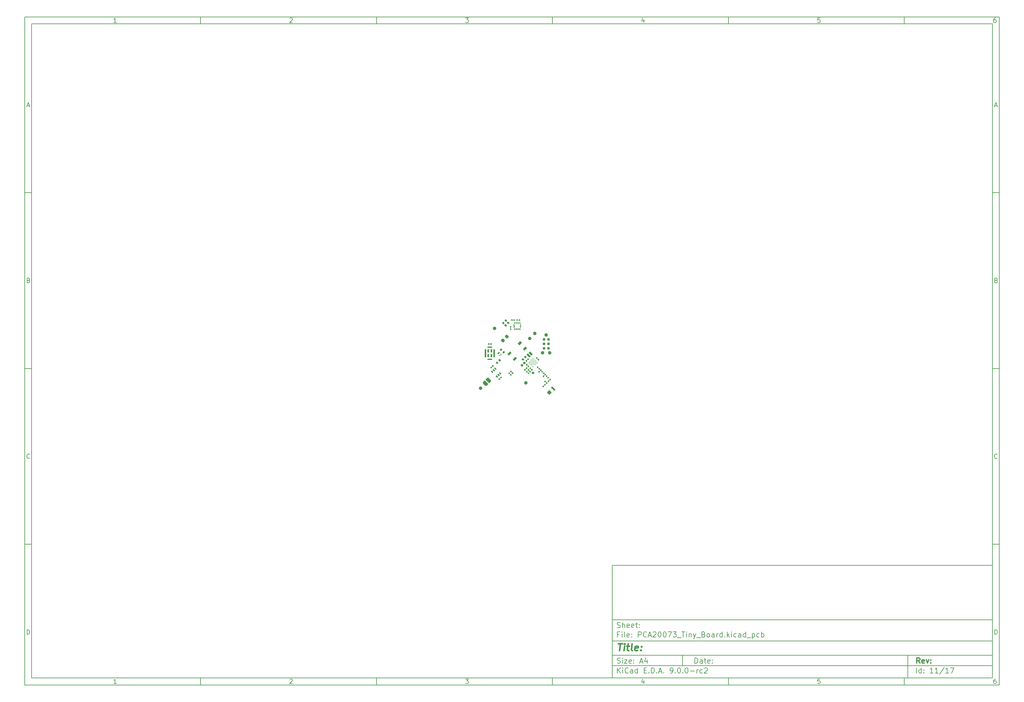
<source format=gbr>
G04 #@! TF.GenerationSoftware,KiCad,Pcbnew,9.0.0-rc2-3baa6cd791~182~ubuntu24.04.1*
G04 #@! TF.CreationDate,2025-02-06T23:09:26-05:00*
G04 #@! TF.ProjectId,PCA20073_Tiny_Board,50434132-3030-4373-935f-54696e795f42,rev?*
G04 #@! TF.SameCoordinates,PX82a22f1PY713a4f2*
G04 #@! TF.FileFunction,Soldermask,Top*
G04 #@! TF.FilePolarity,Negative*
%FSLAX46Y46*%
G04 Gerber Fmt 4.6, Leading zero omitted, Abs format (unit mm)*
G04 Created by KiCad (PCBNEW 9.0.0-rc2-3baa6cd791~182~ubuntu24.04.1) date 2025-02-06 23:09:26*
%MOMM*%
%LPD*%
G01*
G04 APERTURE LIST*
%ADD10C,0.100000*%
%ADD11C,0.150000*%
%ADD12C,0.300000*%
%ADD13C,0.400000*%
%ADD14C,0.000000*%
%ADD15C,0.170000*%
%ADD16C,1.000000*%
%ADD17C,0.990600*%
%ADD18C,0.787400*%
G04 APERTURE END LIST*
D10*
D11*
X40023015Y-47279278D02*
X148023015Y-47279278D01*
X148023015Y-79279278D01*
X40023015Y-79279278D01*
X40023015Y-47279278D01*
D10*
D11*
X-126979185Y108727922D02*
X150023015Y108727922D01*
X150023015Y-81279278D01*
X-126979185Y-81279278D01*
X-126979185Y108727922D01*
D10*
D11*
X-124979185Y106727922D02*
X148023015Y106727922D01*
X148023015Y-79279278D01*
X-124979185Y-79279278D01*
X-124979185Y106727922D01*
D10*
D11*
X-76979185Y106727922D02*
X-76979185Y108727922D01*
D10*
D11*
X-26979185Y106727922D02*
X-26979185Y108727922D01*
D10*
D11*
X23020815Y106727922D02*
X23020815Y108727922D01*
D10*
D11*
X73020815Y106727922D02*
X73020815Y108727922D01*
D10*
D11*
X123020815Y106727922D02*
X123020815Y108727922D01*
D10*
D11*
X-100890025Y107134318D02*
X-101632882Y107134318D01*
X-101261454Y107134318D02*
X-101261454Y108434318D01*
X-101261454Y108434318D02*
X-101385263Y108248603D01*
X-101385263Y108248603D02*
X-101509073Y108124794D01*
X-101509073Y108124794D02*
X-101632882Y108062889D01*
D10*
D11*
X-51632882Y108310508D02*
X-51570978Y108372413D01*
X-51570978Y108372413D02*
X-51447168Y108434318D01*
X-51447168Y108434318D02*
X-51137644Y108434318D01*
X-51137644Y108434318D02*
X-51013835Y108372413D01*
X-51013835Y108372413D02*
X-50951930Y108310508D01*
X-50951930Y108310508D02*
X-50890025Y108186699D01*
X-50890025Y108186699D02*
X-50890025Y108062889D01*
X-50890025Y108062889D02*
X-50951930Y107877175D01*
X-50951930Y107877175D02*
X-51694787Y107134318D01*
X-51694787Y107134318D02*
X-50890025Y107134318D01*
D10*
D11*
X-1694787Y108434318D02*
X-890025Y108434318D01*
X-890025Y108434318D02*
X-1323359Y107939080D01*
X-1323359Y107939080D02*
X-1137644Y107939080D01*
X-1137644Y107939080D02*
X-1013835Y107877175D01*
X-1013835Y107877175D02*
X-951930Y107815270D01*
X-951930Y107815270D02*
X-890025Y107691461D01*
X-890025Y107691461D02*
X-890025Y107381937D01*
X-890025Y107381937D02*
X-951930Y107258127D01*
X-951930Y107258127D02*
X-1013835Y107196222D01*
X-1013835Y107196222D02*
X-1137644Y107134318D01*
X-1137644Y107134318D02*
X-1509073Y107134318D01*
X-1509073Y107134318D02*
X-1632882Y107196222D01*
X-1632882Y107196222D02*
X-1694787Y107258127D01*
D10*
D11*
X48986165Y108000984D02*
X48986165Y107134318D01*
X48676641Y108496222D02*
X48367118Y107567651D01*
X48367118Y107567651D02*
X49171879Y107567651D01*
D10*
D11*
X99048070Y108434318D02*
X98429022Y108434318D01*
X98429022Y108434318D02*
X98367118Y107815270D01*
X98367118Y107815270D02*
X98429022Y107877175D01*
X98429022Y107877175D02*
X98552832Y107939080D01*
X98552832Y107939080D02*
X98862356Y107939080D01*
X98862356Y107939080D02*
X98986165Y107877175D01*
X98986165Y107877175D02*
X99048070Y107815270D01*
X99048070Y107815270D02*
X99109975Y107691461D01*
X99109975Y107691461D02*
X99109975Y107381937D01*
X99109975Y107381937D02*
X99048070Y107258127D01*
X99048070Y107258127D02*
X98986165Y107196222D01*
X98986165Y107196222D02*
X98862356Y107134318D01*
X98862356Y107134318D02*
X98552832Y107134318D01*
X98552832Y107134318D02*
X98429022Y107196222D01*
X98429022Y107196222D02*
X98367118Y107258127D01*
D10*
D11*
X148986165Y108434318D02*
X148738546Y108434318D01*
X148738546Y108434318D02*
X148614737Y108372413D01*
X148614737Y108372413D02*
X148552832Y108310508D01*
X148552832Y108310508D02*
X148429022Y108124794D01*
X148429022Y108124794D02*
X148367118Y107877175D01*
X148367118Y107877175D02*
X148367118Y107381937D01*
X148367118Y107381937D02*
X148429022Y107258127D01*
X148429022Y107258127D02*
X148490927Y107196222D01*
X148490927Y107196222D02*
X148614737Y107134318D01*
X148614737Y107134318D02*
X148862356Y107134318D01*
X148862356Y107134318D02*
X148986165Y107196222D01*
X148986165Y107196222D02*
X149048070Y107258127D01*
X149048070Y107258127D02*
X149109975Y107381937D01*
X149109975Y107381937D02*
X149109975Y107691461D01*
X149109975Y107691461D02*
X149048070Y107815270D01*
X149048070Y107815270D02*
X148986165Y107877175D01*
X148986165Y107877175D02*
X148862356Y107939080D01*
X148862356Y107939080D02*
X148614737Y107939080D01*
X148614737Y107939080D02*
X148490927Y107877175D01*
X148490927Y107877175D02*
X148429022Y107815270D01*
X148429022Y107815270D02*
X148367118Y107691461D01*
D10*
D11*
X-76979185Y-79279278D02*
X-76979185Y-81279278D01*
D10*
D11*
X-26979185Y-79279278D02*
X-26979185Y-81279278D01*
D10*
D11*
X23020815Y-79279278D02*
X23020815Y-81279278D01*
D10*
D11*
X73020815Y-79279278D02*
X73020815Y-81279278D01*
D10*
D11*
X123020815Y-79279278D02*
X123020815Y-81279278D01*
D10*
D11*
X-100890025Y-80872882D02*
X-101632882Y-80872882D01*
X-101261454Y-80872882D02*
X-101261454Y-79572882D01*
X-101261454Y-79572882D02*
X-101385263Y-79758597D01*
X-101385263Y-79758597D02*
X-101509073Y-79882406D01*
X-101509073Y-79882406D02*
X-101632882Y-79944311D01*
D10*
D11*
X-51632882Y-79696692D02*
X-51570978Y-79634787D01*
X-51570978Y-79634787D02*
X-51447168Y-79572882D01*
X-51447168Y-79572882D02*
X-51137644Y-79572882D01*
X-51137644Y-79572882D02*
X-51013835Y-79634787D01*
X-51013835Y-79634787D02*
X-50951930Y-79696692D01*
X-50951930Y-79696692D02*
X-50890025Y-79820501D01*
X-50890025Y-79820501D02*
X-50890025Y-79944311D01*
X-50890025Y-79944311D02*
X-50951930Y-80130025D01*
X-50951930Y-80130025D02*
X-51694787Y-80872882D01*
X-51694787Y-80872882D02*
X-50890025Y-80872882D01*
D10*
D11*
X-1694787Y-79572882D02*
X-890025Y-79572882D01*
X-890025Y-79572882D02*
X-1323359Y-80068120D01*
X-1323359Y-80068120D02*
X-1137644Y-80068120D01*
X-1137644Y-80068120D02*
X-1013835Y-80130025D01*
X-1013835Y-80130025D02*
X-951930Y-80191930D01*
X-951930Y-80191930D02*
X-890025Y-80315739D01*
X-890025Y-80315739D02*
X-890025Y-80625263D01*
X-890025Y-80625263D02*
X-951930Y-80749073D01*
X-951930Y-80749073D02*
X-1013835Y-80810978D01*
X-1013835Y-80810978D02*
X-1137644Y-80872882D01*
X-1137644Y-80872882D02*
X-1509073Y-80872882D01*
X-1509073Y-80872882D02*
X-1632882Y-80810978D01*
X-1632882Y-80810978D02*
X-1694787Y-80749073D01*
D10*
D11*
X48986165Y-80006216D02*
X48986165Y-80872882D01*
X48676641Y-79510978D02*
X48367118Y-80439549D01*
X48367118Y-80439549D02*
X49171879Y-80439549D01*
D10*
D11*
X99048070Y-79572882D02*
X98429022Y-79572882D01*
X98429022Y-79572882D02*
X98367118Y-80191930D01*
X98367118Y-80191930D02*
X98429022Y-80130025D01*
X98429022Y-80130025D02*
X98552832Y-80068120D01*
X98552832Y-80068120D02*
X98862356Y-80068120D01*
X98862356Y-80068120D02*
X98986165Y-80130025D01*
X98986165Y-80130025D02*
X99048070Y-80191930D01*
X99048070Y-80191930D02*
X99109975Y-80315739D01*
X99109975Y-80315739D02*
X99109975Y-80625263D01*
X99109975Y-80625263D02*
X99048070Y-80749073D01*
X99048070Y-80749073D02*
X98986165Y-80810978D01*
X98986165Y-80810978D02*
X98862356Y-80872882D01*
X98862356Y-80872882D02*
X98552832Y-80872882D01*
X98552832Y-80872882D02*
X98429022Y-80810978D01*
X98429022Y-80810978D02*
X98367118Y-80749073D01*
D10*
D11*
X148986165Y-79572882D02*
X148738546Y-79572882D01*
X148738546Y-79572882D02*
X148614737Y-79634787D01*
X148614737Y-79634787D02*
X148552832Y-79696692D01*
X148552832Y-79696692D02*
X148429022Y-79882406D01*
X148429022Y-79882406D02*
X148367118Y-80130025D01*
X148367118Y-80130025D02*
X148367118Y-80625263D01*
X148367118Y-80625263D02*
X148429022Y-80749073D01*
X148429022Y-80749073D02*
X148490927Y-80810978D01*
X148490927Y-80810978D02*
X148614737Y-80872882D01*
X148614737Y-80872882D02*
X148862356Y-80872882D01*
X148862356Y-80872882D02*
X148986165Y-80810978D01*
X148986165Y-80810978D02*
X149048070Y-80749073D01*
X149048070Y-80749073D02*
X149109975Y-80625263D01*
X149109975Y-80625263D02*
X149109975Y-80315739D01*
X149109975Y-80315739D02*
X149048070Y-80191930D01*
X149048070Y-80191930D02*
X148986165Y-80130025D01*
X148986165Y-80130025D02*
X148862356Y-80068120D01*
X148862356Y-80068120D02*
X148614737Y-80068120D01*
X148614737Y-80068120D02*
X148490927Y-80130025D01*
X148490927Y-80130025D02*
X148429022Y-80191930D01*
X148429022Y-80191930D02*
X148367118Y-80315739D01*
D10*
D11*
X-126979185Y58727922D02*
X-124979185Y58727922D01*
D10*
D11*
X-126979185Y8727922D02*
X-124979185Y8727922D01*
D10*
D11*
X-126979185Y-41272078D02*
X-124979185Y-41272078D01*
D10*
D11*
X-126288709Y83505746D02*
X-125669662Y83505746D01*
X-126412519Y83134318D02*
X-125979186Y84434318D01*
X-125979186Y84434318D02*
X-125545852Y83134318D01*
D10*
D11*
X-125886328Y33815270D02*
X-125700614Y33753365D01*
X-125700614Y33753365D02*
X-125638709Y33691461D01*
X-125638709Y33691461D02*
X-125576805Y33567651D01*
X-125576805Y33567651D02*
X-125576805Y33381937D01*
X-125576805Y33381937D02*
X-125638709Y33258127D01*
X-125638709Y33258127D02*
X-125700614Y33196222D01*
X-125700614Y33196222D02*
X-125824424Y33134318D01*
X-125824424Y33134318D02*
X-126319662Y33134318D01*
X-126319662Y33134318D02*
X-126319662Y34434318D01*
X-126319662Y34434318D02*
X-125886328Y34434318D01*
X-125886328Y34434318D02*
X-125762519Y34372413D01*
X-125762519Y34372413D02*
X-125700614Y34310508D01*
X-125700614Y34310508D02*
X-125638709Y34186699D01*
X-125638709Y34186699D02*
X-125638709Y34062889D01*
X-125638709Y34062889D02*
X-125700614Y33939080D01*
X-125700614Y33939080D02*
X-125762519Y33877175D01*
X-125762519Y33877175D02*
X-125886328Y33815270D01*
X-125886328Y33815270D02*
X-126319662Y33815270D01*
D10*
D11*
X-125576805Y-16741873D02*
X-125638709Y-16803778D01*
X-125638709Y-16803778D02*
X-125824424Y-16865682D01*
X-125824424Y-16865682D02*
X-125948233Y-16865682D01*
X-125948233Y-16865682D02*
X-126133947Y-16803778D01*
X-126133947Y-16803778D02*
X-126257757Y-16679968D01*
X-126257757Y-16679968D02*
X-126319662Y-16556158D01*
X-126319662Y-16556158D02*
X-126381566Y-16308539D01*
X-126381566Y-16308539D02*
X-126381566Y-16122825D01*
X-126381566Y-16122825D02*
X-126319662Y-15875206D01*
X-126319662Y-15875206D02*
X-126257757Y-15751397D01*
X-126257757Y-15751397D02*
X-126133947Y-15627587D01*
X-126133947Y-15627587D02*
X-125948233Y-15565682D01*
X-125948233Y-15565682D02*
X-125824424Y-15565682D01*
X-125824424Y-15565682D02*
X-125638709Y-15627587D01*
X-125638709Y-15627587D02*
X-125576805Y-15689492D01*
D10*
D11*
X-126319662Y-66865682D02*
X-126319662Y-65565682D01*
X-126319662Y-65565682D02*
X-126010138Y-65565682D01*
X-126010138Y-65565682D02*
X-125824424Y-65627587D01*
X-125824424Y-65627587D02*
X-125700614Y-65751397D01*
X-125700614Y-65751397D02*
X-125638709Y-65875206D01*
X-125638709Y-65875206D02*
X-125576805Y-66122825D01*
X-125576805Y-66122825D02*
X-125576805Y-66308539D01*
X-125576805Y-66308539D02*
X-125638709Y-66556158D01*
X-125638709Y-66556158D02*
X-125700614Y-66679968D01*
X-125700614Y-66679968D02*
X-125824424Y-66803778D01*
X-125824424Y-66803778D02*
X-126010138Y-66865682D01*
X-126010138Y-66865682D02*
X-126319662Y-66865682D01*
D10*
D11*
X150023015Y58727922D02*
X148023015Y58727922D01*
D10*
D11*
X150023015Y8727922D02*
X148023015Y8727922D01*
D10*
D11*
X150023015Y-41272078D02*
X148023015Y-41272078D01*
D10*
D11*
X148713491Y83505746D02*
X149332538Y83505746D01*
X148589681Y83134318D02*
X149023014Y84434318D01*
X149023014Y84434318D02*
X149456348Y83134318D01*
D10*
D11*
X149115872Y33815270D02*
X149301586Y33753365D01*
X149301586Y33753365D02*
X149363491Y33691461D01*
X149363491Y33691461D02*
X149425395Y33567651D01*
X149425395Y33567651D02*
X149425395Y33381937D01*
X149425395Y33381937D02*
X149363491Y33258127D01*
X149363491Y33258127D02*
X149301586Y33196222D01*
X149301586Y33196222D02*
X149177776Y33134318D01*
X149177776Y33134318D02*
X148682538Y33134318D01*
X148682538Y33134318D02*
X148682538Y34434318D01*
X148682538Y34434318D02*
X149115872Y34434318D01*
X149115872Y34434318D02*
X149239681Y34372413D01*
X149239681Y34372413D02*
X149301586Y34310508D01*
X149301586Y34310508D02*
X149363491Y34186699D01*
X149363491Y34186699D02*
X149363491Y34062889D01*
X149363491Y34062889D02*
X149301586Y33939080D01*
X149301586Y33939080D02*
X149239681Y33877175D01*
X149239681Y33877175D02*
X149115872Y33815270D01*
X149115872Y33815270D02*
X148682538Y33815270D01*
D10*
D11*
X149425395Y-16741873D02*
X149363491Y-16803778D01*
X149363491Y-16803778D02*
X149177776Y-16865682D01*
X149177776Y-16865682D02*
X149053967Y-16865682D01*
X149053967Y-16865682D02*
X148868253Y-16803778D01*
X148868253Y-16803778D02*
X148744443Y-16679968D01*
X148744443Y-16679968D02*
X148682538Y-16556158D01*
X148682538Y-16556158D02*
X148620634Y-16308539D01*
X148620634Y-16308539D02*
X148620634Y-16122825D01*
X148620634Y-16122825D02*
X148682538Y-15875206D01*
X148682538Y-15875206D02*
X148744443Y-15751397D01*
X148744443Y-15751397D02*
X148868253Y-15627587D01*
X148868253Y-15627587D02*
X149053967Y-15565682D01*
X149053967Y-15565682D02*
X149177776Y-15565682D01*
X149177776Y-15565682D02*
X149363491Y-15627587D01*
X149363491Y-15627587D02*
X149425395Y-15689492D01*
D10*
D11*
X148682538Y-66865682D02*
X148682538Y-65565682D01*
X148682538Y-65565682D02*
X148992062Y-65565682D01*
X148992062Y-65565682D02*
X149177776Y-65627587D01*
X149177776Y-65627587D02*
X149301586Y-65751397D01*
X149301586Y-65751397D02*
X149363491Y-65875206D01*
X149363491Y-65875206D02*
X149425395Y-66122825D01*
X149425395Y-66122825D02*
X149425395Y-66308539D01*
X149425395Y-66308539D02*
X149363491Y-66556158D01*
X149363491Y-66556158D02*
X149301586Y-66679968D01*
X149301586Y-66679968D02*
X149177776Y-66803778D01*
X149177776Y-66803778D02*
X148992062Y-66865682D01*
X148992062Y-66865682D02*
X148682538Y-66865682D01*
D10*
D11*
X63478841Y-75065406D02*
X63478841Y-73565406D01*
X63478841Y-73565406D02*
X63835984Y-73565406D01*
X63835984Y-73565406D02*
X64050270Y-73636835D01*
X64050270Y-73636835D02*
X64193127Y-73779692D01*
X64193127Y-73779692D02*
X64264556Y-73922549D01*
X64264556Y-73922549D02*
X64335984Y-74208263D01*
X64335984Y-74208263D02*
X64335984Y-74422549D01*
X64335984Y-74422549D02*
X64264556Y-74708263D01*
X64264556Y-74708263D02*
X64193127Y-74851120D01*
X64193127Y-74851120D02*
X64050270Y-74993978D01*
X64050270Y-74993978D02*
X63835984Y-75065406D01*
X63835984Y-75065406D02*
X63478841Y-75065406D01*
X65621699Y-75065406D02*
X65621699Y-74279692D01*
X65621699Y-74279692D02*
X65550270Y-74136835D01*
X65550270Y-74136835D02*
X65407413Y-74065406D01*
X65407413Y-74065406D02*
X65121699Y-74065406D01*
X65121699Y-74065406D02*
X64978841Y-74136835D01*
X65621699Y-74993978D02*
X65478841Y-75065406D01*
X65478841Y-75065406D02*
X65121699Y-75065406D01*
X65121699Y-75065406D02*
X64978841Y-74993978D01*
X64978841Y-74993978D02*
X64907413Y-74851120D01*
X64907413Y-74851120D02*
X64907413Y-74708263D01*
X64907413Y-74708263D02*
X64978841Y-74565406D01*
X64978841Y-74565406D02*
X65121699Y-74493978D01*
X65121699Y-74493978D02*
X65478841Y-74493978D01*
X65478841Y-74493978D02*
X65621699Y-74422549D01*
X66121699Y-74065406D02*
X66693127Y-74065406D01*
X66335984Y-73565406D02*
X66335984Y-74851120D01*
X66335984Y-74851120D02*
X66407413Y-74993978D01*
X66407413Y-74993978D02*
X66550270Y-75065406D01*
X66550270Y-75065406D02*
X66693127Y-75065406D01*
X67764556Y-74993978D02*
X67621699Y-75065406D01*
X67621699Y-75065406D02*
X67335985Y-75065406D01*
X67335985Y-75065406D02*
X67193127Y-74993978D01*
X67193127Y-74993978D02*
X67121699Y-74851120D01*
X67121699Y-74851120D02*
X67121699Y-74279692D01*
X67121699Y-74279692D02*
X67193127Y-74136835D01*
X67193127Y-74136835D02*
X67335985Y-74065406D01*
X67335985Y-74065406D02*
X67621699Y-74065406D01*
X67621699Y-74065406D02*
X67764556Y-74136835D01*
X67764556Y-74136835D02*
X67835985Y-74279692D01*
X67835985Y-74279692D02*
X67835985Y-74422549D01*
X67835985Y-74422549D02*
X67121699Y-74565406D01*
X68478841Y-74922549D02*
X68550270Y-74993978D01*
X68550270Y-74993978D02*
X68478841Y-75065406D01*
X68478841Y-75065406D02*
X68407413Y-74993978D01*
X68407413Y-74993978D02*
X68478841Y-74922549D01*
X68478841Y-74922549D02*
X68478841Y-75065406D01*
X68478841Y-74136835D02*
X68550270Y-74208263D01*
X68550270Y-74208263D02*
X68478841Y-74279692D01*
X68478841Y-74279692D02*
X68407413Y-74208263D01*
X68407413Y-74208263D02*
X68478841Y-74136835D01*
X68478841Y-74136835D02*
X68478841Y-74279692D01*
D10*
D11*
X40023015Y-75779278D02*
X148023015Y-75779278D01*
D10*
D11*
X41478841Y-77865406D02*
X41478841Y-76365406D01*
X42335984Y-77865406D02*
X41693127Y-77008263D01*
X42335984Y-76365406D02*
X41478841Y-77222549D01*
X42978841Y-77865406D02*
X42978841Y-76865406D01*
X42978841Y-76365406D02*
X42907413Y-76436835D01*
X42907413Y-76436835D02*
X42978841Y-76508263D01*
X42978841Y-76508263D02*
X43050270Y-76436835D01*
X43050270Y-76436835D02*
X42978841Y-76365406D01*
X42978841Y-76365406D02*
X42978841Y-76508263D01*
X44550270Y-77722549D02*
X44478842Y-77793978D01*
X44478842Y-77793978D02*
X44264556Y-77865406D01*
X44264556Y-77865406D02*
X44121699Y-77865406D01*
X44121699Y-77865406D02*
X43907413Y-77793978D01*
X43907413Y-77793978D02*
X43764556Y-77651120D01*
X43764556Y-77651120D02*
X43693127Y-77508263D01*
X43693127Y-77508263D02*
X43621699Y-77222549D01*
X43621699Y-77222549D02*
X43621699Y-77008263D01*
X43621699Y-77008263D02*
X43693127Y-76722549D01*
X43693127Y-76722549D02*
X43764556Y-76579692D01*
X43764556Y-76579692D02*
X43907413Y-76436835D01*
X43907413Y-76436835D02*
X44121699Y-76365406D01*
X44121699Y-76365406D02*
X44264556Y-76365406D01*
X44264556Y-76365406D02*
X44478842Y-76436835D01*
X44478842Y-76436835D02*
X44550270Y-76508263D01*
X45835985Y-77865406D02*
X45835985Y-77079692D01*
X45835985Y-77079692D02*
X45764556Y-76936835D01*
X45764556Y-76936835D02*
X45621699Y-76865406D01*
X45621699Y-76865406D02*
X45335985Y-76865406D01*
X45335985Y-76865406D02*
X45193127Y-76936835D01*
X45835985Y-77793978D02*
X45693127Y-77865406D01*
X45693127Y-77865406D02*
X45335985Y-77865406D01*
X45335985Y-77865406D02*
X45193127Y-77793978D01*
X45193127Y-77793978D02*
X45121699Y-77651120D01*
X45121699Y-77651120D02*
X45121699Y-77508263D01*
X45121699Y-77508263D02*
X45193127Y-77365406D01*
X45193127Y-77365406D02*
X45335985Y-77293978D01*
X45335985Y-77293978D02*
X45693127Y-77293978D01*
X45693127Y-77293978D02*
X45835985Y-77222549D01*
X47193128Y-77865406D02*
X47193128Y-76365406D01*
X47193128Y-77793978D02*
X47050270Y-77865406D01*
X47050270Y-77865406D02*
X46764556Y-77865406D01*
X46764556Y-77865406D02*
X46621699Y-77793978D01*
X46621699Y-77793978D02*
X46550270Y-77722549D01*
X46550270Y-77722549D02*
X46478842Y-77579692D01*
X46478842Y-77579692D02*
X46478842Y-77151120D01*
X46478842Y-77151120D02*
X46550270Y-77008263D01*
X46550270Y-77008263D02*
X46621699Y-76936835D01*
X46621699Y-76936835D02*
X46764556Y-76865406D01*
X46764556Y-76865406D02*
X47050270Y-76865406D01*
X47050270Y-76865406D02*
X47193128Y-76936835D01*
X49050270Y-77079692D02*
X49550270Y-77079692D01*
X49764556Y-77865406D02*
X49050270Y-77865406D01*
X49050270Y-77865406D02*
X49050270Y-76365406D01*
X49050270Y-76365406D02*
X49764556Y-76365406D01*
X50407413Y-77722549D02*
X50478842Y-77793978D01*
X50478842Y-77793978D02*
X50407413Y-77865406D01*
X50407413Y-77865406D02*
X50335985Y-77793978D01*
X50335985Y-77793978D02*
X50407413Y-77722549D01*
X50407413Y-77722549D02*
X50407413Y-77865406D01*
X51121699Y-77865406D02*
X51121699Y-76365406D01*
X51121699Y-76365406D02*
X51478842Y-76365406D01*
X51478842Y-76365406D02*
X51693128Y-76436835D01*
X51693128Y-76436835D02*
X51835985Y-76579692D01*
X51835985Y-76579692D02*
X51907414Y-76722549D01*
X51907414Y-76722549D02*
X51978842Y-77008263D01*
X51978842Y-77008263D02*
X51978842Y-77222549D01*
X51978842Y-77222549D02*
X51907414Y-77508263D01*
X51907414Y-77508263D02*
X51835985Y-77651120D01*
X51835985Y-77651120D02*
X51693128Y-77793978D01*
X51693128Y-77793978D02*
X51478842Y-77865406D01*
X51478842Y-77865406D02*
X51121699Y-77865406D01*
X52621699Y-77722549D02*
X52693128Y-77793978D01*
X52693128Y-77793978D02*
X52621699Y-77865406D01*
X52621699Y-77865406D02*
X52550271Y-77793978D01*
X52550271Y-77793978D02*
X52621699Y-77722549D01*
X52621699Y-77722549D02*
X52621699Y-77865406D01*
X53264557Y-77436835D02*
X53978843Y-77436835D01*
X53121700Y-77865406D02*
X53621700Y-76365406D01*
X53621700Y-76365406D02*
X54121700Y-77865406D01*
X54621699Y-77722549D02*
X54693128Y-77793978D01*
X54693128Y-77793978D02*
X54621699Y-77865406D01*
X54621699Y-77865406D02*
X54550271Y-77793978D01*
X54550271Y-77793978D02*
X54621699Y-77722549D01*
X54621699Y-77722549D02*
X54621699Y-77865406D01*
X56550271Y-77865406D02*
X56835985Y-77865406D01*
X56835985Y-77865406D02*
X56978842Y-77793978D01*
X56978842Y-77793978D02*
X57050271Y-77722549D01*
X57050271Y-77722549D02*
X57193128Y-77508263D01*
X57193128Y-77508263D02*
X57264557Y-77222549D01*
X57264557Y-77222549D02*
X57264557Y-76651120D01*
X57264557Y-76651120D02*
X57193128Y-76508263D01*
X57193128Y-76508263D02*
X57121700Y-76436835D01*
X57121700Y-76436835D02*
X56978842Y-76365406D01*
X56978842Y-76365406D02*
X56693128Y-76365406D01*
X56693128Y-76365406D02*
X56550271Y-76436835D01*
X56550271Y-76436835D02*
X56478842Y-76508263D01*
X56478842Y-76508263D02*
X56407414Y-76651120D01*
X56407414Y-76651120D02*
X56407414Y-77008263D01*
X56407414Y-77008263D02*
X56478842Y-77151120D01*
X56478842Y-77151120D02*
X56550271Y-77222549D01*
X56550271Y-77222549D02*
X56693128Y-77293978D01*
X56693128Y-77293978D02*
X56978842Y-77293978D01*
X56978842Y-77293978D02*
X57121700Y-77222549D01*
X57121700Y-77222549D02*
X57193128Y-77151120D01*
X57193128Y-77151120D02*
X57264557Y-77008263D01*
X57907413Y-77722549D02*
X57978842Y-77793978D01*
X57978842Y-77793978D02*
X57907413Y-77865406D01*
X57907413Y-77865406D02*
X57835985Y-77793978D01*
X57835985Y-77793978D02*
X57907413Y-77722549D01*
X57907413Y-77722549D02*
X57907413Y-77865406D01*
X58907414Y-76365406D02*
X59050271Y-76365406D01*
X59050271Y-76365406D02*
X59193128Y-76436835D01*
X59193128Y-76436835D02*
X59264557Y-76508263D01*
X59264557Y-76508263D02*
X59335985Y-76651120D01*
X59335985Y-76651120D02*
X59407414Y-76936835D01*
X59407414Y-76936835D02*
X59407414Y-77293978D01*
X59407414Y-77293978D02*
X59335985Y-77579692D01*
X59335985Y-77579692D02*
X59264557Y-77722549D01*
X59264557Y-77722549D02*
X59193128Y-77793978D01*
X59193128Y-77793978D02*
X59050271Y-77865406D01*
X59050271Y-77865406D02*
X58907414Y-77865406D01*
X58907414Y-77865406D02*
X58764557Y-77793978D01*
X58764557Y-77793978D02*
X58693128Y-77722549D01*
X58693128Y-77722549D02*
X58621699Y-77579692D01*
X58621699Y-77579692D02*
X58550271Y-77293978D01*
X58550271Y-77293978D02*
X58550271Y-76936835D01*
X58550271Y-76936835D02*
X58621699Y-76651120D01*
X58621699Y-76651120D02*
X58693128Y-76508263D01*
X58693128Y-76508263D02*
X58764557Y-76436835D01*
X58764557Y-76436835D02*
X58907414Y-76365406D01*
X60050270Y-77722549D02*
X60121699Y-77793978D01*
X60121699Y-77793978D02*
X60050270Y-77865406D01*
X60050270Y-77865406D02*
X59978842Y-77793978D01*
X59978842Y-77793978D02*
X60050270Y-77722549D01*
X60050270Y-77722549D02*
X60050270Y-77865406D01*
X61050271Y-76365406D02*
X61193128Y-76365406D01*
X61193128Y-76365406D02*
X61335985Y-76436835D01*
X61335985Y-76436835D02*
X61407414Y-76508263D01*
X61407414Y-76508263D02*
X61478842Y-76651120D01*
X61478842Y-76651120D02*
X61550271Y-76936835D01*
X61550271Y-76936835D02*
X61550271Y-77293978D01*
X61550271Y-77293978D02*
X61478842Y-77579692D01*
X61478842Y-77579692D02*
X61407414Y-77722549D01*
X61407414Y-77722549D02*
X61335985Y-77793978D01*
X61335985Y-77793978D02*
X61193128Y-77865406D01*
X61193128Y-77865406D02*
X61050271Y-77865406D01*
X61050271Y-77865406D02*
X60907414Y-77793978D01*
X60907414Y-77793978D02*
X60835985Y-77722549D01*
X60835985Y-77722549D02*
X60764556Y-77579692D01*
X60764556Y-77579692D02*
X60693128Y-77293978D01*
X60693128Y-77293978D02*
X60693128Y-76936835D01*
X60693128Y-76936835D02*
X60764556Y-76651120D01*
X60764556Y-76651120D02*
X60835985Y-76508263D01*
X60835985Y-76508263D02*
X60907414Y-76436835D01*
X60907414Y-76436835D02*
X61050271Y-76365406D01*
X62193127Y-77293978D02*
X63335985Y-77293978D01*
X64050270Y-77865406D02*
X64050270Y-76865406D01*
X64050270Y-77151120D02*
X64121699Y-77008263D01*
X64121699Y-77008263D02*
X64193128Y-76936835D01*
X64193128Y-76936835D02*
X64335985Y-76865406D01*
X64335985Y-76865406D02*
X64478842Y-76865406D01*
X65621699Y-77793978D02*
X65478841Y-77865406D01*
X65478841Y-77865406D02*
X65193127Y-77865406D01*
X65193127Y-77865406D02*
X65050270Y-77793978D01*
X65050270Y-77793978D02*
X64978841Y-77722549D01*
X64978841Y-77722549D02*
X64907413Y-77579692D01*
X64907413Y-77579692D02*
X64907413Y-77151120D01*
X64907413Y-77151120D02*
X64978841Y-77008263D01*
X64978841Y-77008263D02*
X65050270Y-76936835D01*
X65050270Y-76936835D02*
X65193127Y-76865406D01*
X65193127Y-76865406D02*
X65478841Y-76865406D01*
X65478841Y-76865406D02*
X65621699Y-76936835D01*
X66193127Y-76508263D02*
X66264555Y-76436835D01*
X66264555Y-76436835D02*
X66407413Y-76365406D01*
X66407413Y-76365406D02*
X66764555Y-76365406D01*
X66764555Y-76365406D02*
X66907413Y-76436835D01*
X66907413Y-76436835D02*
X66978841Y-76508263D01*
X66978841Y-76508263D02*
X67050270Y-76651120D01*
X67050270Y-76651120D02*
X67050270Y-76793978D01*
X67050270Y-76793978D02*
X66978841Y-77008263D01*
X66978841Y-77008263D02*
X66121698Y-77865406D01*
X66121698Y-77865406D02*
X67050270Y-77865406D01*
D10*
D11*
X40023015Y-72779278D02*
X148023015Y-72779278D01*
D10*
D12*
X127434668Y-75057606D02*
X126934668Y-74343320D01*
X126577525Y-75057606D02*
X126577525Y-73557606D01*
X126577525Y-73557606D02*
X127148954Y-73557606D01*
X127148954Y-73557606D02*
X127291811Y-73629035D01*
X127291811Y-73629035D02*
X127363240Y-73700463D01*
X127363240Y-73700463D02*
X127434668Y-73843320D01*
X127434668Y-73843320D02*
X127434668Y-74057606D01*
X127434668Y-74057606D02*
X127363240Y-74200463D01*
X127363240Y-74200463D02*
X127291811Y-74271892D01*
X127291811Y-74271892D02*
X127148954Y-74343320D01*
X127148954Y-74343320D02*
X126577525Y-74343320D01*
X128648954Y-74986178D02*
X128506097Y-75057606D01*
X128506097Y-75057606D02*
X128220383Y-75057606D01*
X128220383Y-75057606D02*
X128077525Y-74986178D01*
X128077525Y-74986178D02*
X128006097Y-74843320D01*
X128006097Y-74843320D02*
X128006097Y-74271892D01*
X128006097Y-74271892D02*
X128077525Y-74129035D01*
X128077525Y-74129035D02*
X128220383Y-74057606D01*
X128220383Y-74057606D02*
X128506097Y-74057606D01*
X128506097Y-74057606D02*
X128648954Y-74129035D01*
X128648954Y-74129035D02*
X128720383Y-74271892D01*
X128720383Y-74271892D02*
X128720383Y-74414749D01*
X128720383Y-74414749D02*
X128006097Y-74557606D01*
X129220382Y-74057606D02*
X129577525Y-75057606D01*
X129577525Y-75057606D02*
X129934668Y-74057606D01*
X130506096Y-74914749D02*
X130577525Y-74986178D01*
X130577525Y-74986178D02*
X130506096Y-75057606D01*
X130506096Y-75057606D02*
X130434668Y-74986178D01*
X130434668Y-74986178D02*
X130506096Y-74914749D01*
X130506096Y-74914749D02*
X130506096Y-75057606D01*
X130506096Y-74129035D02*
X130577525Y-74200463D01*
X130577525Y-74200463D02*
X130506096Y-74271892D01*
X130506096Y-74271892D02*
X130434668Y-74200463D01*
X130434668Y-74200463D02*
X130506096Y-74129035D01*
X130506096Y-74129035D02*
X130506096Y-74271892D01*
D10*
D11*
X41407413Y-74993978D02*
X41621699Y-75065406D01*
X41621699Y-75065406D02*
X41978841Y-75065406D01*
X41978841Y-75065406D02*
X42121699Y-74993978D01*
X42121699Y-74993978D02*
X42193127Y-74922549D01*
X42193127Y-74922549D02*
X42264556Y-74779692D01*
X42264556Y-74779692D02*
X42264556Y-74636835D01*
X42264556Y-74636835D02*
X42193127Y-74493978D01*
X42193127Y-74493978D02*
X42121699Y-74422549D01*
X42121699Y-74422549D02*
X41978841Y-74351120D01*
X41978841Y-74351120D02*
X41693127Y-74279692D01*
X41693127Y-74279692D02*
X41550270Y-74208263D01*
X41550270Y-74208263D02*
X41478841Y-74136835D01*
X41478841Y-74136835D02*
X41407413Y-73993978D01*
X41407413Y-73993978D02*
X41407413Y-73851120D01*
X41407413Y-73851120D02*
X41478841Y-73708263D01*
X41478841Y-73708263D02*
X41550270Y-73636835D01*
X41550270Y-73636835D02*
X41693127Y-73565406D01*
X41693127Y-73565406D02*
X42050270Y-73565406D01*
X42050270Y-73565406D02*
X42264556Y-73636835D01*
X42907412Y-75065406D02*
X42907412Y-74065406D01*
X42907412Y-73565406D02*
X42835984Y-73636835D01*
X42835984Y-73636835D02*
X42907412Y-73708263D01*
X42907412Y-73708263D02*
X42978841Y-73636835D01*
X42978841Y-73636835D02*
X42907412Y-73565406D01*
X42907412Y-73565406D02*
X42907412Y-73708263D01*
X43478841Y-74065406D02*
X44264556Y-74065406D01*
X44264556Y-74065406D02*
X43478841Y-75065406D01*
X43478841Y-75065406D02*
X44264556Y-75065406D01*
X45407413Y-74993978D02*
X45264556Y-75065406D01*
X45264556Y-75065406D02*
X44978842Y-75065406D01*
X44978842Y-75065406D02*
X44835984Y-74993978D01*
X44835984Y-74993978D02*
X44764556Y-74851120D01*
X44764556Y-74851120D02*
X44764556Y-74279692D01*
X44764556Y-74279692D02*
X44835984Y-74136835D01*
X44835984Y-74136835D02*
X44978842Y-74065406D01*
X44978842Y-74065406D02*
X45264556Y-74065406D01*
X45264556Y-74065406D02*
X45407413Y-74136835D01*
X45407413Y-74136835D02*
X45478842Y-74279692D01*
X45478842Y-74279692D02*
X45478842Y-74422549D01*
X45478842Y-74422549D02*
X44764556Y-74565406D01*
X46121698Y-74922549D02*
X46193127Y-74993978D01*
X46193127Y-74993978D02*
X46121698Y-75065406D01*
X46121698Y-75065406D02*
X46050270Y-74993978D01*
X46050270Y-74993978D02*
X46121698Y-74922549D01*
X46121698Y-74922549D02*
X46121698Y-75065406D01*
X46121698Y-74136835D02*
X46193127Y-74208263D01*
X46193127Y-74208263D02*
X46121698Y-74279692D01*
X46121698Y-74279692D02*
X46050270Y-74208263D01*
X46050270Y-74208263D02*
X46121698Y-74136835D01*
X46121698Y-74136835D02*
X46121698Y-74279692D01*
X47907413Y-74636835D02*
X48621699Y-74636835D01*
X47764556Y-75065406D02*
X48264556Y-73565406D01*
X48264556Y-73565406D02*
X48764556Y-75065406D01*
X49907413Y-74065406D02*
X49907413Y-75065406D01*
X49550270Y-73493978D02*
X49193127Y-74565406D01*
X49193127Y-74565406D02*
X50121698Y-74565406D01*
D10*
D11*
X126478841Y-77865406D02*
X126478841Y-76365406D01*
X127835985Y-77865406D02*
X127835985Y-76365406D01*
X127835985Y-77793978D02*
X127693127Y-77865406D01*
X127693127Y-77865406D02*
X127407413Y-77865406D01*
X127407413Y-77865406D02*
X127264556Y-77793978D01*
X127264556Y-77793978D02*
X127193127Y-77722549D01*
X127193127Y-77722549D02*
X127121699Y-77579692D01*
X127121699Y-77579692D02*
X127121699Y-77151120D01*
X127121699Y-77151120D02*
X127193127Y-77008263D01*
X127193127Y-77008263D02*
X127264556Y-76936835D01*
X127264556Y-76936835D02*
X127407413Y-76865406D01*
X127407413Y-76865406D02*
X127693127Y-76865406D01*
X127693127Y-76865406D02*
X127835985Y-76936835D01*
X128550270Y-77722549D02*
X128621699Y-77793978D01*
X128621699Y-77793978D02*
X128550270Y-77865406D01*
X128550270Y-77865406D02*
X128478842Y-77793978D01*
X128478842Y-77793978D02*
X128550270Y-77722549D01*
X128550270Y-77722549D02*
X128550270Y-77865406D01*
X128550270Y-76936835D02*
X128621699Y-77008263D01*
X128621699Y-77008263D02*
X128550270Y-77079692D01*
X128550270Y-77079692D02*
X128478842Y-77008263D01*
X128478842Y-77008263D02*
X128550270Y-76936835D01*
X128550270Y-76936835D02*
X128550270Y-77079692D01*
X131193128Y-77865406D02*
X130335985Y-77865406D01*
X130764556Y-77865406D02*
X130764556Y-76365406D01*
X130764556Y-76365406D02*
X130621699Y-76579692D01*
X130621699Y-76579692D02*
X130478842Y-76722549D01*
X130478842Y-76722549D02*
X130335985Y-76793978D01*
X132621699Y-77865406D02*
X131764556Y-77865406D01*
X132193127Y-77865406D02*
X132193127Y-76365406D01*
X132193127Y-76365406D02*
X132050270Y-76579692D01*
X132050270Y-76579692D02*
X131907413Y-76722549D01*
X131907413Y-76722549D02*
X131764556Y-76793978D01*
X134335984Y-76293978D02*
X133050270Y-78222549D01*
X135621699Y-77865406D02*
X134764556Y-77865406D01*
X135193127Y-77865406D02*
X135193127Y-76365406D01*
X135193127Y-76365406D02*
X135050270Y-76579692D01*
X135050270Y-76579692D02*
X134907413Y-76722549D01*
X134907413Y-76722549D02*
X134764556Y-76793978D01*
X136121698Y-76365406D02*
X137121698Y-76365406D01*
X137121698Y-76365406D02*
X136478841Y-77865406D01*
D10*
D11*
X40023015Y-68779278D02*
X148023015Y-68779278D01*
D10*
D13*
X41714743Y-69483716D02*
X42857600Y-69483716D01*
X42036172Y-71483716D02*
X42286172Y-69483716D01*
X43274267Y-71483716D02*
X43440934Y-70150382D01*
X43524267Y-69483716D02*
X43417124Y-69578954D01*
X43417124Y-69578954D02*
X43500458Y-69674192D01*
X43500458Y-69674192D02*
X43607601Y-69578954D01*
X43607601Y-69578954D02*
X43524267Y-69483716D01*
X43524267Y-69483716D02*
X43500458Y-69674192D01*
X44107601Y-70150382D02*
X44869505Y-70150382D01*
X44476648Y-69483716D02*
X44262363Y-71198001D01*
X44262363Y-71198001D02*
X44333791Y-71388478D01*
X44333791Y-71388478D02*
X44512363Y-71483716D01*
X44512363Y-71483716D02*
X44702839Y-71483716D01*
X45655220Y-71483716D02*
X45476648Y-71388478D01*
X45476648Y-71388478D02*
X45405220Y-71198001D01*
X45405220Y-71198001D02*
X45619505Y-69483716D01*
X47190934Y-71388478D02*
X46988553Y-71483716D01*
X46988553Y-71483716D02*
X46607600Y-71483716D01*
X46607600Y-71483716D02*
X46429029Y-71388478D01*
X46429029Y-71388478D02*
X46357600Y-71198001D01*
X46357600Y-71198001D02*
X46452839Y-70436097D01*
X46452839Y-70436097D02*
X46571886Y-70245620D01*
X46571886Y-70245620D02*
X46774267Y-70150382D01*
X46774267Y-70150382D02*
X47155219Y-70150382D01*
X47155219Y-70150382D02*
X47333791Y-70245620D01*
X47333791Y-70245620D02*
X47405219Y-70436097D01*
X47405219Y-70436097D02*
X47381410Y-70626573D01*
X47381410Y-70626573D02*
X46405219Y-70817049D01*
X48155220Y-71293239D02*
X48238553Y-71388478D01*
X48238553Y-71388478D02*
X48131410Y-71483716D01*
X48131410Y-71483716D02*
X48048077Y-71388478D01*
X48048077Y-71388478D02*
X48155220Y-71293239D01*
X48155220Y-71293239D02*
X48131410Y-71483716D01*
X48286172Y-70245620D02*
X48369505Y-70340858D01*
X48369505Y-70340858D02*
X48262363Y-70436097D01*
X48262363Y-70436097D02*
X48179029Y-70340858D01*
X48179029Y-70340858D02*
X48286172Y-70245620D01*
X48286172Y-70245620D02*
X48262363Y-70436097D01*
D10*
D11*
X41978841Y-66879692D02*
X41478841Y-66879692D01*
X41478841Y-67665406D02*
X41478841Y-66165406D01*
X41478841Y-66165406D02*
X42193127Y-66165406D01*
X42764555Y-67665406D02*
X42764555Y-66665406D01*
X42764555Y-66165406D02*
X42693127Y-66236835D01*
X42693127Y-66236835D02*
X42764555Y-66308263D01*
X42764555Y-66308263D02*
X42835984Y-66236835D01*
X42835984Y-66236835D02*
X42764555Y-66165406D01*
X42764555Y-66165406D02*
X42764555Y-66308263D01*
X43693127Y-67665406D02*
X43550270Y-67593978D01*
X43550270Y-67593978D02*
X43478841Y-67451120D01*
X43478841Y-67451120D02*
X43478841Y-66165406D01*
X44835984Y-67593978D02*
X44693127Y-67665406D01*
X44693127Y-67665406D02*
X44407413Y-67665406D01*
X44407413Y-67665406D02*
X44264555Y-67593978D01*
X44264555Y-67593978D02*
X44193127Y-67451120D01*
X44193127Y-67451120D02*
X44193127Y-66879692D01*
X44193127Y-66879692D02*
X44264555Y-66736835D01*
X44264555Y-66736835D02*
X44407413Y-66665406D01*
X44407413Y-66665406D02*
X44693127Y-66665406D01*
X44693127Y-66665406D02*
X44835984Y-66736835D01*
X44835984Y-66736835D02*
X44907413Y-66879692D01*
X44907413Y-66879692D02*
X44907413Y-67022549D01*
X44907413Y-67022549D02*
X44193127Y-67165406D01*
X45550269Y-67522549D02*
X45621698Y-67593978D01*
X45621698Y-67593978D02*
X45550269Y-67665406D01*
X45550269Y-67665406D02*
X45478841Y-67593978D01*
X45478841Y-67593978D02*
X45550269Y-67522549D01*
X45550269Y-67522549D02*
X45550269Y-67665406D01*
X45550269Y-66736835D02*
X45621698Y-66808263D01*
X45621698Y-66808263D02*
X45550269Y-66879692D01*
X45550269Y-66879692D02*
X45478841Y-66808263D01*
X45478841Y-66808263D02*
X45550269Y-66736835D01*
X45550269Y-66736835D02*
X45550269Y-66879692D01*
X47407412Y-67665406D02*
X47407412Y-66165406D01*
X47407412Y-66165406D02*
X47978841Y-66165406D01*
X47978841Y-66165406D02*
X48121698Y-66236835D01*
X48121698Y-66236835D02*
X48193127Y-66308263D01*
X48193127Y-66308263D02*
X48264555Y-66451120D01*
X48264555Y-66451120D02*
X48264555Y-66665406D01*
X48264555Y-66665406D02*
X48193127Y-66808263D01*
X48193127Y-66808263D02*
X48121698Y-66879692D01*
X48121698Y-66879692D02*
X47978841Y-66951120D01*
X47978841Y-66951120D02*
X47407412Y-66951120D01*
X49764555Y-67522549D02*
X49693127Y-67593978D01*
X49693127Y-67593978D02*
X49478841Y-67665406D01*
X49478841Y-67665406D02*
X49335984Y-67665406D01*
X49335984Y-67665406D02*
X49121698Y-67593978D01*
X49121698Y-67593978D02*
X48978841Y-67451120D01*
X48978841Y-67451120D02*
X48907412Y-67308263D01*
X48907412Y-67308263D02*
X48835984Y-67022549D01*
X48835984Y-67022549D02*
X48835984Y-66808263D01*
X48835984Y-66808263D02*
X48907412Y-66522549D01*
X48907412Y-66522549D02*
X48978841Y-66379692D01*
X48978841Y-66379692D02*
X49121698Y-66236835D01*
X49121698Y-66236835D02*
X49335984Y-66165406D01*
X49335984Y-66165406D02*
X49478841Y-66165406D01*
X49478841Y-66165406D02*
X49693127Y-66236835D01*
X49693127Y-66236835D02*
X49764555Y-66308263D01*
X50335984Y-67236835D02*
X51050270Y-67236835D01*
X50193127Y-67665406D02*
X50693127Y-66165406D01*
X50693127Y-66165406D02*
X51193127Y-67665406D01*
X51621698Y-66308263D02*
X51693126Y-66236835D01*
X51693126Y-66236835D02*
X51835984Y-66165406D01*
X51835984Y-66165406D02*
X52193126Y-66165406D01*
X52193126Y-66165406D02*
X52335984Y-66236835D01*
X52335984Y-66236835D02*
X52407412Y-66308263D01*
X52407412Y-66308263D02*
X52478841Y-66451120D01*
X52478841Y-66451120D02*
X52478841Y-66593978D01*
X52478841Y-66593978D02*
X52407412Y-66808263D01*
X52407412Y-66808263D02*
X51550269Y-67665406D01*
X51550269Y-67665406D02*
X52478841Y-67665406D01*
X53407412Y-66165406D02*
X53550269Y-66165406D01*
X53550269Y-66165406D02*
X53693126Y-66236835D01*
X53693126Y-66236835D02*
X53764555Y-66308263D01*
X53764555Y-66308263D02*
X53835983Y-66451120D01*
X53835983Y-66451120D02*
X53907412Y-66736835D01*
X53907412Y-66736835D02*
X53907412Y-67093978D01*
X53907412Y-67093978D02*
X53835983Y-67379692D01*
X53835983Y-67379692D02*
X53764555Y-67522549D01*
X53764555Y-67522549D02*
X53693126Y-67593978D01*
X53693126Y-67593978D02*
X53550269Y-67665406D01*
X53550269Y-67665406D02*
X53407412Y-67665406D01*
X53407412Y-67665406D02*
X53264555Y-67593978D01*
X53264555Y-67593978D02*
X53193126Y-67522549D01*
X53193126Y-67522549D02*
X53121697Y-67379692D01*
X53121697Y-67379692D02*
X53050269Y-67093978D01*
X53050269Y-67093978D02*
X53050269Y-66736835D01*
X53050269Y-66736835D02*
X53121697Y-66451120D01*
X53121697Y-66451120D02*
X53193126Y-66308263D01*
X53193126Y-66308263D02*
X53264555Y-66236835D01*
X53264555Y-66236835D02*
X53407412Y-66165406D01*
X54835983Y-66165406D02*
X54978840Y-66165406D01*
X54978840Y-66165406D02*
X55121697Y-66236835D01*
X55121697Y-66236835D02*
X55193126Y-66308263D01*
X55193126Y-66308263D02*
X55264554Y-66451120D01*
X55264554Y-66451120D02*
X55335983Y-66736835D01*
X55335983Y-66736835D02*
X55335983Y-67093978D01*
X55335983Y-67093978D02*
X55264554Y-67379692D01*
X55264554Y-67379692D02*
X55193126Y-67522549D01*
X55193126Y-67522549D02*
X55121697Y-67593978D01*
X55121697Y-67593978D02*
X54978840Y-67665406D01*
X54978840Y-67665406D02*
X54835983Y-67665406D01*
X54835983Y-67665406D02*
X54693126Y-67593978D01*
X54693126Y-67593978D02*
X54621697Y-67522549D01*
X54621697Y-67522549D02*
X54550268Y-67379692D01*
X54550268Y-67379692D02*
X54478840Y-67093978D01*
X54478840Y-67093978D02*
X54478840Y-66736835D01*
X54478840Y-66736835D02*
X54550268Y-66451120D01*
X54550268Y-66451120D02*
X54621697Y-66308263D01*
X54621697Y-66308263D02*
X54693126Y-66236835D01*
X54693126Y-66236835D02*
X54835983Y-66165406D01*
X55835982Y-66165406D02*
X56835982Y-66165406D01*
X56835982Y-66165406D02*
X56193125Y-67665406D01*
X57264553Y-66165406D02*
X58193125Y-66165406D01*
X58193125Y-66165406D02*
X57693125Y-66736835D01*
X57693125Y-66736835D02*
X57907410Y-66736835D01*
X57907410Y-66736835D02*
X58050268Y-66808263D01*
X58050268Y-66808263D02*
X58121696Y-66879692D01*
X58121696Y-66879692D02*
X58193125Y-67022549D01*
X58193125Y-67022549D02*
X58193125Y-67379692D01*
X58193125Y-67379692D02*
X58121696Y-67522549D01*
X58121696Y-67522549D02*
X58050268Y-67593978D01*
X58050268Y-67593978D02*
X57907410Y-67665406D01*
X57907410Y-67665406D02*
X57478839Y-67665406D01*
X57478839Y-67665406D02*
X57335982Y-67593978D01*
X57335982Y-67593978D02*
X57264553Y-67522549D01*
X58478839Y-67808263D02*
X59621696Y-67808263D01*
X59764553Y-66165406D02*
X60621696Y-66165406D01*
X60193124Y-67665406D02*
X60193124Y-66165406D01*
X61121695Y-67665406D02*
X61121695Y-66665406D01*
X61121695Y-66165406D02*
X61050267Y-66236835D01*
X61050267Y-66236835D02*
X61121695Y-66308263D01*
X61121695Y-66308263D02*
X61193124Y-66236835D01*
X61193124Y-66236835D02*
X61121695Y-66165406D01*
X61121695Y-66165406D02*
X61121695Y-66308263D01*
X61835981Y-66665406D02*
X61835981Y-67665406D01*
X61835981Y-66808263D02*
X61907410Y-66736835D01*
X61907410Y-66736835D02*
X62050267Y-66665406D01*
X62050267Y-66665406D02*
X62264553Y-66665406D01*
X62264553Y-66665406D02*
X62407410Y-66736835D01*
X62407410Y-66736835D02*
X62478839Y-66879692D01*
X62478839Y-66879692D02*
X62478839Y-67665406D01*
X63050267Y-66665406D02*
X63407410Y-67665406D01*
X63764553Y-66665406D02*
X63407410Y-67665406D01*
X63407410Y-67665406D02*
X63264553Y-68022549D01*
X63264553Y-68022549D02*
X63193124Y-68093978D01*
X63193124Y-68093978D02*
X63050267Y-68165406D01*
X63978839Y-67808263D02*
X65121696Y-67808263D01*
X65978838Y-66879692D02*
X66193124Y-66951120D01*
X66193124Y-66951120D02*
X66264553Y-67022549D01*
X66264553Y-67022549D02*
X66335981Y-67165406D01*
X66335981Y-67165406D02*
X66335981Y-67379692D01*
X66335981Y-67379692D02*
X66264553Y-67522549D01*
X66264553Y-67522549D02*
X66193124Y-67593978D01*
X66193124Y-67593978D02*
X66050267Y-67665406D01*
X66050267Y-67665406D02*
X65478838Y-67665406D01*
X65478838Y-67665406D02*
X65478838Y-66165406D01*
X65478838Y-66165406D02*
X65978838Y-66165406D01*
X65978838Y-66165406D02*
X66121696Y-66236835D01*
X66121696Y-66236835D02*
X66193124Y-66308263D01*
X66193124Y-66308263D02*
X66264553Y-66451120D01*
X66264553Y-66451120D02*
X66264553Y-66593978D01*
X66264553Y-66593978D02*
X66193124Y-66736835D01*
X66193124Y-66736835D02*
X66121696Y-66808263D01*
X66121696Y-66808263D02*
X65978838Y-66879692D01*
X65978838Y-66879692D02*
X65478838Y-66879692D01*
X67193124Y-67665406D02*
X67050267Y-67593978D01*
X67050267Y-67593978D02*
X66978838Y-67522549D01*
X66978838Y-67522549D02*
X66907410Y-67379692D01*
X66907410Y-67379692D02*
X66907410Y-66951120D01*
X66907410Y-66951120D02*
X66978838Y-66808263D01*
X66978838Y-66808263D02*
X67050267Y-66736835D01*
X67050267Y-66736835D02*
X67193124Y-66665406D01*
X67193124Y-66665406D02*
X67407410Y-66665406D01*
X67407410Y-66665406D02*
X67550267Y-66736835D01*
X67550267Y-66736835D02*
X67621696Y-66808263D01*
X67621696Y-66808263D02*
X67693124Y-66951120D01*
X67693124Y-66951120D02*
X67693124Y-67379692D01*
X67693124Y-67379692D02*
X67621696Y-67522549D01*
X67621696Y-67522549D02*
X67550267Y-67593978D01*
X67550267Y-67593978D02*
X67407410Y-67665406D01*
X67407410Y-67665406D02*
X67193124Y-67665406D01*
X68978839Y-67665406D02*
X68978839Y-66879692D01*
X68978839Y-66879692D02*
X68907410Y-66736835D01*
X68907410Y-66736835D02*
X68764553Y-66665406D01*
X68764553Y-66665406D02*
X68478839Y-66665406D01*
X68478839Y-66665406D02*
X68335981Y-66736835D01*
X68978839Y-67593978D02*
X68835981Y-67665406D01*
X68835981Y-67665406D02*
X68478839Y-67665406D01*
X68478839Y-67665406D02*
X68335981Y-67593978D01*
X68335981Y-67593978D02*
X68264553Y-67451120D01*
X68264553Y-67451120D02*
X68264553Y-67308263D01*
X68264553Y-67308263D02*
X68335981Y-67165406D01*
X68335981Y-67165406D02*
X68478839Y-67093978D01*
X68478839Y-67093978D02*
X68835981Y-67093978D01*
X68835981Y-67093978D02*
X68978839Y-67022549D01*
X69693124Y-67665406D02*
X69693124Y-66665406D01*
X69693124Y-66951120D02*
X69764553Y-66808263D01*
X69764553Y-66808263D02*
X69835982Y-66736835D01*
X69835982Y-66736835D02*
X69978839Y-66665406D01*
X69978839Y-66665406D02*
X70121696Y-66665406D01*
X71264553Y-67665406D02*
X71264553Y-66165406D01*
X71264553Y-67593978D02*
X71121695Y-67665406D01*
X71121695Y-67665406D02*
X70835981Y-67665406D01*
X70835981Y-67665406D02*
X70693124Y-67593978D01*
X70693124Y-67593978D02*
X70621695Y-67522549D01*
X70621695Y-67522549D02*
X70550267Y-67379692D01*
X70550267Y-67379692D02*
X70550267Y-66951120D01*
X70550267Y-66951120D02*
X70621695Y-66808263D01*
X70621695Y-66808263D02*
X70693124Y-66736835D01*
X70693124Y-66736835D02*
X70835981Y-66665406D01*
X70835981Y-66665406D02*
X71121695Y-66665406D01*
X71121695Y-66665406D02*
X71264553Y-66736835D01*
X71978838Y-67522549D02*
X72050267Y-67593978D01*
X72050267Y-67593978D02*
X71978838Y-67665406D01*
X71978838Y-67665406D02*
X71907410Y-67593978D01*
X71907410Y-67593978D02*
X71978838Y-67522549D01*
X71978838Y-67522549D02*
X71978838Y-67665406D01*
X72693124Y-67665406D02*
X72693124Y-66165406D01*
X72835982Y-67093978D02*
X73264553Y-67665406D01*
X73264553Y-66665406D02*
X72693124Y-67236835D01*
X73907410Y-67665406D02*
X73907410Y-66665406D01*
X73907410Y-66165406D02*
X73835982Y-66236835D01*
X73835982Y-66236835D02*
X73907410Y-66308263D01*
X73907410Y-66308263D02*
X73978839Y-66236835D01*
X73978839Y-66236835D02*
X73907410Y-66165406D01*
X73907410Y-66165406D02*
X73907410Y-66308263D01*
X75264554Y-67593978D02*
X75121696Y-67665406D01*
X75121696Y-67665406D02*
X74835982Y-67665406D01*
X74835982Y-67665406D02*
X74693125Y-67593978D01*
X74693125Y-67593978D02*
X74621696Y-67522549D01*
X74621696Y-67522549D02*
X74550268Y-67379692D01*
X74550268Y-67379692D02*
X74550268Y-66951120D01*
X74550268Y-66951120D02*
X74621696Y-66808263D01*
X74621696Y-66808263D02*
X74693125Y-66736835D01*
X74693125Y-66736835D02*
X74835982Y-66665406D01*
X74835982Y-66665406D02*
X75121696Y-66665406D01*
X75121696Y-66665406D02*
X75264554Y-66736835D01*
X76550268Y-67665406D02*
X76550268Y-66879692D01*
X76550268Y-66879692D02*
X76478839Y-66736835D01*
X76478839Y-66736835D02*
X76335982Y-66665406D01*
X76335982Y-66665406D02*
X76050268Y-66665406D01*
X76050268Y-66665406D02*
X75907410Y-66736835D01*
X76550268Y-67593978D02*
X76407410Y-67665406D01*
X76407410Y-67665406D02*
X76050268Y-67665406D01*
X76050268Y-67665406D02*
X75907410Y-67593978D01*
X75907410Y-67593978D02*
X75835982Y-67451120D01*
X75835982Y-67451120D02*
X75835982Y-67308263D01*
X75835982Y-67308263D02*
X75907410Y-67165406D01*
X75907410Y-67165406D02*
X76050268Y-67093978D01*
X76050268Y-67093978D02*
X76407410Y-67093978D01*
X76407410Y-67093978D02*
X76550268Y-67022549D01*
X77907411Y-67665406D02*
X77907411Y-66165406D01*
X77907411Y-67593978D02*
X77764553Y-67665406D01*
X77764553Y-67665406D02*
X77478839Y-67665406D01*
X77478839Y-67665406D02*
X77335982Y-67593978D01*
X77335982Y-67593978D02*
X77264553Y-67522549D01*
X77264553Y-67522549D02*
X77193125Y-67379692D01*
X77193125Y-67379692D02*
X77193125Y-66951120D01*
X77193125Y-66951120D02*
X77264553Y-66808263D01*
X77264553Y-66808263D02*
X77335982Y-66736835D01*
X77335982Y-66736835D02*
X77478839Y-66665406D01*
X77478839Y-66665406D02*
X77764553Y-66665406D01*
X77764553Y-66665406D02*
X77907411Y-66736835D01*
X78264554Y-67808263D02*
X79407411Y-67808263D01*
X79764553Y-66665406D02*
X79764553Y-68165406D01*
X79764553Y-66736835D02*
X79907411Y-66665406D01*
X79907411Y-66665406D02*
X80193125Y-66665406D01*
X80193125Y-66665406D02*
X80335982Y-66736835D01*
X80335982Y-66736835D02*
X80407411Y-66808263D01*
X80407411Y-66808263D02*
X80478839Y-66951120D01*
X80478839Y-66951120D02*
X80478839Y-67379692D01*
X80478839Y-67379692D02*
X80407411Y-67522549D01*
X80407411Y-67522549D02*
X80335982Y-67593978D01*
X80335982Y-67593978D02*
X80193125Y-67665406D01*
X80193125Y-67665406D02*
X79907411Y-67665406D01*
X79907411Y-67665406D02*
X79764553Y-67593978D01*
X81764554Y-67593978D02*
X81621696Y-67665406D01*
X81621696Y-67665406D02*
X81335982Y-67665406D01*
X81335982Y-67665406D02*
X81193125Y-67593978D01*
X81193125Y-67593978D02*
X81121696Y-67522549D01*
X81121696Y-67522549D02*
X81050268Y-67379692D01*
X81050268Y-67379692D02*
X81050268Y-66951120D01*
X81050268Y-66951120D02*
X81121696Y-66808263D01*
X81121696Y-66808263D02*
X81193125Y-66736835D01*
X81193125Y-66736835D02*
X81335982Y-66665406D01*
X81335982Y-66665406D02*
X81621696Y-66665406D01*
X81621696Y-66665406D02*
X81764554Y-66736835D01*
X82407410Y-67665406D02*
X82407410Y-66165406D01*
X82407410Y-66736835D02*
X82550268Y-66665406D01*
X82550268Y-66665406D02*
X82835982Y-66665406D01*
X82835982Y-66665406D02*
X82978839Y-66736835D01*
X82978839Y-66736835D02*
X83050268Y-66808263D01*
X83050268Y-66808263D02*
X83121696Y-66951120D01*
X83121696Y-66951120D02*
X83121696Y-67379692D01*
X83121696Y-67379692D02*
X83050268Y-67522549D01*
X83050268Y-67522549D02*
X82978839Y-67593978D01*
X82978839Y-67593978D02*
X82835982Y-67665406D01*
X82835982Y-67665406D02*
X82550268Y-67665406D01*
X82550268Y-67665406D02*
X82407410Y-67593978D01*
D10*
D11*
X40023015Y-62779278D02*
X148023015Y-62779278D01*
D10*
D11*
X41407413Y-64893978D02*
X41621699Y-64965406D01*
X41621699Y-64965406D02*
X41978841Y-64965406D01*
X41978841Y-64965406D02*
X42121699Y-64893978D01*
X42121699Y-64893978D02*
X42193127Y-64822549D01*
X42193127Y-64822549D02*
X42264556Y-64679692D01*
X42264556Y-64679692D02*
X42264556Y-64536835D01*
X42264556Y-64536835D02*
X42193127Y-64393978D01*
X42193127Y-64393978D02*
X42121699Y-64322549D01*
X42121699Y-64322549D02*
X41978841Y-64251120D01*
X41978841Y-64251120D02*
X41693127Y-64179692D01*
X41693127Y-64179692D02*
X41550270Y-64108263D01*
X41550270Y-64108263D02*
X41478841Y-64036835D01*
X41478841Y-64036835D02*
X41407413Y-63893978D01*
X41407413Y-63893978D02*
X41407413Y-63751120D01*
X41407413Y-63751120D02*
X41478841Y-63608263D01*
X41478841Y-63608263D02*
X41550270Y-63536835D01*
X41550270Y-63536835D02*
X41693127Y-63465406D01*
X41693127Y-63465406D02*
X42050270Y-63465406D01*
X42050270Y-63465406D02*
X42264556Y-63536835D01*
X42907412Y-64965406D02*
X42907412Y-63465406D01*
X43550270Y-64965406D02*
X43550270Y-64179692D01*
X43550270Y-64179692D02*
X43478841Y-64036835D01*
X43478841Y-64036835D02*
X43335984Y-63965406D01*
X43335984Y-63965406D02*
X43121698Y-63965406D01*
X43121698Y-63965406D02*
X42978841Y-64036835D01*
X42978841Y-64036835D02*
X42907412Y-64108263D01*
X44835984Y-64893978D02*
X44693127Y-64965406D01*
X44693127Y-64965406D02*
X44407413Y-64965406D01*
X44407413Y-64965406D02*
X44264555Y-64893978D01*
X44264555Y-64893978D02*
X44193127Y-64751120D01*
X44193127Y-64751120D02*
X44193127Y-64179692D01*
X44193127Y-64179692D02*
X44264555Y-64036835D01*
X44264555Y-64036835D02*
X44407413Y-63965406D01*
X44407413Y-63965406D02*
X44693127Y-63965406D01*
X44693127Y-63965406D02*
X44835984Y-64036835D01*
X44835984Y-64036835D02*
X44907413Y-64179692D01*
X44907413Y-64179692D02*
X44907413Y-64322549D01*
X44907413Y-64322549D02*
X44193127Y-64465406D01*
X46121698Y-64893978D02*
X45978841Y-64965406D01*
X45978841Y-64965406D02*
X45693127Y-64965406D01*
X45693127Y-64965406D02*
X45550269Y-64893978D01*
X45550269Y-64893978D02*
X45478841Y-64751120D01*
X45478841Y-64751120D02*
X45478841Y-64179692D01*
X45478841Y-64179692D02*
X45550269Y-64036835D01*
X45550269Y-64036835D02*
X45693127Y-63965406D01*
X45693127Y-63965406D02*
X45978841Y-63965406D01*
X45978841Y-63965406D02*
X46121698Y-64036835D01*
X46121698Y-64036835D02*
X46193127Y-64179692D01*
X46193127Y-64179692D02*
X46193127Y-64322549D01*
X46193127Y-64322549D02*
X45478841Y-64465406D01*
X46621698Y-63965406D02*
X47193126Y-63965406D01*
X46835983Y-63465406D02*
X46835983Y-64751120D01*
X46835983Y-64751120D02*
X46907412Y-64893978D01*
X46907412Y-64893978D02*
X47050269Y-64965406D01*
X47050269Y-64965406D02*
X47193126Y-64965406D01*
X47693126Y-64822549D02*
X47764555Y-64893978D01*
X47764555Y-64893978D02*
X47693126Y-64965406D01*
X47693126Y-64965406D02*
X47621698Y-64893978D01*
X47621698Y-64893978D02*
X47693126Y-64822549D01*
X47693126Y-64822549D02*
X47693126Y-64965406D01*
X47693126Y-64036835D02*
X47764555Y-64108263D01*
X47764555Y-64108263D02*
X47693126Y-64179692D01*
X47693126Y-64179692D02*
X47621698Y-64108263D01*
X47621698Y-64108263D02*
X47693126Y-64036835D01*
X47693126Y-64036835D02*
X47693126Y-64179692D01*
D10*
D11*
X60023015Y-72779278D02*
X60023015Y-75779278D01*
D10*
D11*
X124023015Y-72779278D02*
X124023015Y-79279278D01*
D14*
G36*
X17881326Y7566335D02*
G01*
X17457062Y7142071D01*
X17032798Y7566335D01*
X17457062Y7990599D01*
X17881326Y7566335D01*
G37*
D15*
X17518863Y9149264D03*
X17306731Y9361396D03*
X17094599Y9573528D03*
X16882467Y9785660D03*
X16670335Y9997792D03*
X16458203Y10209924D03*
X16246071Y10422056D03*
X17730995Y9361396D03*
X17306731Y9785660D03*
X17094599Y9997792D03*
X16882467Y10209924D03*
X16670335Y10422056D03*
X16458203Y10634188D03*
X17730995Y9785660D03*
X17518863Y9997792D03*
X17306731Y10209924D03*
X17094599Y10422056D03*
X16882467Y10634188D03*
X16670335Y10846320D03*
X18155259Y9785660D03*
X17943127Y9997792D03*
X17730995Y10209924D03*
X17518863Y10422056D03*
X17306731Y10634188D03*
X17094599Y10846320D03*
X16882467Y11058452D03*
X18367391Y9997792D03*
X18155259Y10209924D03*
X17943127Y10422056D03*
X17730995Y10634188D03*
X17518863Y10846320D03*
X17306731Y11058452D03*
X17094599Y11270584D03*
X18579523Y10209924D03*
X18367391Y10422056D03*
X18155259Y10634188D03*
X17943127Y10846320D03*
X17730995Y11058452D03*
X17518863Y11270584D03*
X17306731Y11482716D03*
X18791655Y10422056D03*
X18579523Y10634188D03*
X18367391Y10846320D03*
X18155259Y11058452D03*
X17943127Y11270584D03*
X17730995Y11482716D03*
X17518863Y11694849D03*
G36*
G01*
X22439477Y5808327D02*
X22580899Y5666905D01*
G75*
G02*
X22580899Y5525483I-70711J-70711D01*
G01*
X22397051Y5341635D01*
G75*
G02*
X22255629Y5341635I-70711J70711D01*
G01*
X22114207Y5483057D01*
G75*
G02*
X22114207Y5624479I70711J70711D01*
G01*
X22298055Y5808327D01*
G75*
G02*
X22439477Y5808327I70711J-70711D01*
G01*
G37*
G36*
G01*
X21986929Y5355779D02*
X22128351Y5214357D01*
G75*
G02*
X22128351Y5072935I-70711J-70711D01*
G01*
X21944503Y4889087D01*
G75*
G02*
X21803081Y4889087I-70711J70711D01*
G01*
X21661659Y5030509D01*
G75*
G02*
X21661659Y5171931I70711J70711D01*
G01*
X21845507Y5355779D01*
G75*
G02*
X21986929Y5355779I70711J-70711D01*
G01*
G37*
G36*
G01*
X15965066Y8421934D02*
X16106488Y8563356D01*
G75*
G02*
X16247910Y8563356I70711J-70711D01*
G01*
X16431758Y8379508D01*
G75*
G02*
X16431758Y8238086I-70711J-70711D01*
G01*
X16290336Y8096664D01*
G75*
G02*
X16148914Y8096664I-70711J70711D01*
G01*
X15965066Y8280512D01*
G75*
G02*
X15965066Y8421934I70711J70711D01*
G01*
G37*
G36*
G01*
X16417614Y7969386D02*
X16559036Y8110808D01*
G75*
G02*
X16700458Y8110808I70711J-70711D01*
G01*
X16884306Y7926960D01*
G75*
G02*
X16884306Y7785538I-70711J-70711D01*
G01*
X16742884Y7644116D01*
G75*
G02*
X16601462Y7644116I-70711J70711D01*
G01*
X16417614Y7827964D01*
G75*
G02*
X16417614Y7969386I70711J70711D01*
G01*
G37*
G36*
G01*
X20947482Y4316331D02*
X21088904Y4174909D01*
G75*
G02*
X21088904Y4033487I-70711J-70711D01*
G01*
X20905056Y3849639D01*
G75*
G02*
X20763634Y3849639I-70711J70711D01*
G01*
X20622212Y3991061D01*
G75*
G02*
X20622212Y4132483I70711J70711D01*
G01*
X20806060Y4316331D01*
G75*
G02*
X20947482Y4316331I70711J-70711D01*
G01*
G37*
G36*
G01*
X20494934Y3863783D02*
X20636356Y3722361D01*
G75*
G02*
X20636356Y3580939I-70711J-70711D01*
G01*
X20452508Y3397091D01*
G75*
G02*
X20311086Y3397091I-70711J70711D01*
G01*
X20169664Y3538513D01*
G75*
G02*
X20169664Y3679935I70711J70711D01*
G01*
X20353512Y3863783D01*
G75*
G02*
X20494934Y3863783I70711J-70711D01*
G01*
G37*
G36*
G01*
X11025769Y20783304D02*
X11225769Y20783304D01*
G75*
G02*
X11325769Y20683304I0J-100000D01*
G01*
X11325769Y20423304D01*
G75*
G02*
X11225769Y20323304I-100000J0D01*
G01*
X11025769Y20323304D01*
G75*
G02*
X10925769Y20423304I0J100000D01*
G01*
X10925769Y20683304D01*
G75*
G02*
X11025769Y20783304I100000J0D01*
G01*
G37*
G36*
G01*
X11025769Y20143304D02*
X11225769Y20143304D01*
G75*
G02*
X11325769Y20043304I0J-100000D01*
G01*
X11325769Y19783304D01*
G75*
G02*
X11225769Y19683304I-100000J0D01*
G01*
X11025769Y19683304D01*
G75*
G02*
X10925769Y19783304I0J100000D01*
G01*
X10925769Y20043304D01*
G75*
G02*
X11025769Y20143304I100000J0D01*
G01*
G37*
G36*
G01*
X10492908Y22025819D02*
X10754537Y21764190D01*
G75*
G02*
X10754537Y21573272I-95459J-95459D01*
G01*
X10563618Y21382353D01*
G75*
G02*
X10372700Y21382353I-95459J95459D01*
G01*
X10111071Y21643982D01*
G75*
G02*
X10111071Y21834900I95459J95459D01*
G01*
X10301990Y22025819D01*
G75*
G02*
X10492908Y22025819I95459J-95459D01*
G01*
G37*
G36*
G01*
X9771660Y21304571D02*
X10033289Y21042942D01*
G75*
G02*
X10033289Y20852024I-95459J-95459D01*
G01*
X9842370Y20661105D01*
G75*
G02*
X9651452Y20661105I-95459J95459D01*
G01*
X9389823Y20922734D01*
G75*
G02*
X9389823Y21113652I95459J95459D01*
G01*
X9580742Y21304571D01*
G75*
G02*
X9771660Y21304571I95459J-95459D01*
G01*
G37*
G36*
G01*
X21117187Y6663925D02*
X21258609Y6805347D01*
G75*
G02*
X21400031Y6805347I70711J-70711D01*
G01*
X21583879Y6621499D01*
G75*
G02*
X21583879Y6480077I-70711J-70711D01*
G01*
X21442457Y6338655D01*
G75*
G02*
X21301035Y6338655I-70711J70711D01*
G01*
X21117187Y6522503D01*
G75*
G02*
X21117187Y6663925I70711J70711D01*
G01*
G37*
G36*
G01*
X21569735Y6211377D02*
X21711157Y6352799D01*
G75*
G02*
X21852579Y6352799I70711J-70711D01*
G01*
X22036427Y6168951D01*
G75*
G02*
X22036427Y6027529I-70711J-70711D01*
G01*
X21895005Y5886107D01*
G75*
G02*
X21753583Y5886107I-70711J70711D01*
G01*
X21569735Y6069955D01*
G75*
G02*
X21569735Y6211377I70711J70711D01*
G01*
G37*
G36*
G01*
X14269778Y9325263D02*
X14025826Y9569215D01*
G75*
G02*
X14025826Y9777811I104298J104298D01*
G01*
X14234422Y9986407D01*
G75*
G02*
X14443018Y9986407I104298J-104298D01*
G01*
X14686970Y9742455D01*
G75*
G02*
X14686970Y9533859I-104298J-104298D01*
G01*
X14478374Y9325263D01*
G75*
G02*
X14269778Y9325263I-104298J104298D01*
G01*
G37*
G36*
G01*
X14955672Y10011157D02*
X14711720Y10255109D01*
G75*
G02*
X14711720Y10463705I104298J104298D01*
G01*
X14920316Y10672301D01*
G75*
G02*
X15128912Y10672301I104298J-104298D01*
G01*
X15372864Y10428349D01*
G75*
G02*
X15372864Y10219753I-104298J-104298D01*
G01*
X15164268Y10011157D01*
G75*
G02*
X14955672Y10011157I-104298J104298D01*
G01*
G37*
D16*
X17970562Y18677669D03*
G36*
G01*
X16396402Y9263391D02*
X16254980Y9121969D01*
G75*
G02*
X16113558Y9121969I-70711J70711D01*
G01*
X15929710Y9305817D01*
G75*
G02*
X15929710Y9447239I70711J70711D01*
G01*
X16071132Y9588661D01*
G75*
G02*
X16212554Y9588661I70711J-70711D01*
G01*
X16396402Y9404813D01*
G75*
G02*
X16396402Y9263391I-70711J-70711D01*
G01*
G37*
G36*
G01*
X15943854Y9715939D02*
X15802432Y9574517D01*
G75*
G02*
X15661010Y9574517I-70711J70711D01*
G01*
X15477162Y9758365D01*
G75*
G02*
X15477162Y9899787I70711J70711D01*
G01*
X15618584Y10041209D01*
G75*
G02*
X15760006Y10041209I70711J-70711D01*
G01*
X15943854Y9857361D01*
G75*
G02*
X15943854Y9715939I-70711J-70711D01*
G01*
G37*
G36*
G01*
X15382552Y12327850D02*
X15622968Y12087434D01*
G75*
G02*
X15622968Y11889444I-98995J-98995D01*
G01*
X15424978Y11691454D01*
G75*
G02*
X15226988Y11691454I-98995J98995D01*
G01*
X14986572Y11931870D01*
G75*
G02*
X14986572Y12129860I98995J98995D01*
G01*
X15184562Y12327850D01*
G75*
G02*
X15382552Y12327850I98995J-98995D01*
G01*
G37*
G36*
G01*
X14703730Y11649028D02*
X14944146Y11408612D01*
G75*
G02*
X14944146Y11210622I-98995J-98995D01*
G01*
X14746156Y11012632D01*
G75*
G02*
X14548166Y11012632I-98995J98995D01*
G01*
X14307750Y11253048D01*
G75*
G02*
X14307750Y11451038I98995J98995D01*
G01*
X14505740Y11649028D01*
G75*
G02*
X14703730Y11649028I98995J-98995D01*
G01*
G37*
G36*
G01*
X9828227Y22690499D02*
X10089856Y22428870D01*
G75*
G02*
X10089856Y22237952I-95459J-95459D01*
G01*
X9898937Y22047033D01*
G75*
G02*
X9708019Y22047033I-95459J95459D01*
G01*
X9446390Y22308662D01*
G75*
G02*
X9446390Y22499580I95459J95459D01*
G01*
X9637309Y22690499D01*
G75*
G02*
X9828227Y22690499I95459J-95459D01*
G01*
G37*
G36*
G01*
X9106979Y21969251D02*
X9368608Y21707622D01*
G75*
G02*
X9368608Y21516704I-95459J-95459D01*
G01*
X9177689Y21325785D01*
G75*
G02*
X8986771Y21325785I-95459J95459D01*
G01*
X8725142Y21587414D01*
G75*
G02*
X8725142Y21778332I95459J95459D01*
G01*
X8916061Y21969251D01*
G75*
G02*
X9106979Y21969251I95459J-95459D01*
G01*
G37*
G36*
G01*
X12739516Y22410188D02*
X12739516Y22610188D01*
G75*
G02*
X12839516Y22710188I100000J0D01*
G01*
X13099516Y22710188D01*
G75*
G02*
X13199516Y22610188I0J-100000D01*
G01*
X13199516Y22410188D01*
G75*
G02*
X13099516Y22310188I-100000J0D01*
G01*
X12839516Y22310188D01*
G75*
G02*
X12739516Y22410188I0J100000D01*
G01*
G37*
G36*
G01*
X13379516Y22410188D02*
X13379516Y22610188D01*
G75*
G02*
X13479516Y22710188I100000J0D01*
G01*
X13739516Y22710188D01*
G75*
G02*
X13839516Y22610188I0J-100000D01*
G01*
X13839516Y22410188D01*
G75*
G02*
X13739516Y22310188I-100000J0D01*
G01*
X13479516Y22310188D01*
G75*
G02*
X13379516Y22410188I0J100000D01*
G01*
G37*
G36*
G01*
X16163056Y11618057D02*
X16304478Y11476635D01*
G75*
G02*
X16304478Y11335213I-70711J-70711D01*
G01*
X16120630Y11151365D01*
G75*
G02*
X15979208Y11151365I-70711J70711D01*
G01*
X15837786Y11292787D01*
G75*
G02*
X15837786Y11434209I70711J70711D01*
G01*
X16021634Y11618057D01*
G75*
G02*
X16163056Y11618057I70711J-70711D01*
G01*
G37*
G36*
G01*
X15710508Y11165509D02*
X15851930Y11024087D01*
G75*
G02*
X15851930Y10882665I-70711J-70711D01*
G01*
X15668082Y10698817D01*
G75*
G02*
X15526660Y10698817I-70711J70711D01*
G01*
X15385238Y10840239D01*
G75*
G02*
X15385238Y10981661I70711J70711D01*
G01*
X15569086Y11165509D01*
G75*
G02*
X15710508Y11165509I70711J-70711D01*
G01*
G37*
G36*
G01*
X10977276Y7979144D02*
X11118698Y8120566D01*
G75*
G02*
X11260120Y8120566I70711J-70711D01*
G01*
X11443968Y7936718D01*
G75*
G02*
X11443968Y7795296I-70711J-70711D01*
G01*
X11302546Y7653874D01*
G75*
G02*
X11161124Y7653874I-70711J70711D01*
G01*
X10977276Y7837722D01*
G75*
G02*
X10977276Y7979144I70711J70711D01*
G01*
G37*
G36*
G01*
X11429824Y7526596D02*
X11571246Y7668018D01*
G75*
G02*
X11712668Y7668018I70711J-70711D01*
G01*
X11896516Y7484170D01*
G75*
G02*
X11896516Y7342748I-70711J-70711D01*
G01*
X11755094Y7201326D01*
G75*
G02*
X11613672Y7201326I-70711J70711D01*
G01*
X11429824Y7385174D01*
G75*
G02*
X11429824Y7526596I70711J70711D01*
G01*
G37*
G36*
G01*
X22994556Y3584475D02*
X23807729Y2771302D01*
G75*
G02*
X23807729Y2665236I-53033J-53033D01*
G01*
X23560242Y2417749D01*
G75*
G02*
X23454176Y2417749I-53033J53033D01*
G01*
X22641003Y3230922D01*
G75*
G02*
X22641003Y3336988I53033J53033D01*
G01*
X22888490Y3584475D01*
G75*
G02*
X22994556Y3584475I53033J-53033D01*
G01*
G37*
G36*
G01*
X22234416Y2506137D02*
X22729391Y2011162D01*
G75*
G02*
X22729391Y1799030I-106066J-106066D01*
G01*
X22234416Y1304055D01*
G75*
G02*
X22022284Y1304055I-106066J106066D01*
G01*
X21527309Y1799030D01*
G75*
G02*
X21527309Y2011162I106066J106066D01*
G01*
X22022284Y2506137D01*
G75*
G02*
X22234416Y2506137I106066J-106066D01*
G01*
G37*
G36*
G01*
X6133595Y9697414D02*
X6275017Y9555992D01*
G75*
G02*
X6275017Y9414570I-70711J-70711D01*
G01*
X6091169Y9230722D01*
G75*
G02*
X5949747Y9230722I-70711J70711D01*
G01*
X5808325Y9372144D01*
G75*
G02*
X5808325Y9513566I70711J70711D01*
G01*
X5992173Y9697414D01*
G75*
G02*
X6133595Y9697414I70711J-70711D01*
G01*
G37*
G36*
G01*
X5681047Y9244866D02*
X5822469Y9103444D01*
G75*
G02*
X5822469Y8962022I-70711J-70711D01*
G01*
X5638621Y8778174D01*
G75*
G02*
X5497199Y8778174I-70711J70711D01*
G01*
X5355777Y8919596D01*
G75*
G02*
X5355777Y9061018I70711J70711D01*
G01*
X5539625Y9244866D01*
G75*
G02*
X5681047Y9244866I70711J-70711D01*
G01*
G37*
X16556349Y17263456D03*
G36*
X16408902Y11867184D02*
G01*
X15621185Y12654901D01*
X16027772Y13061488D01*
X16815489Y12273771D01*
X16408902Y11867184D01*
G37*
G36*
X16992266Y12450548D02*
G01*
X16204549Y13238265D01*
X16611136Y13644852D01*
X17398853Y12857135D01*
X16992266Y12450548D01*
G37*
G36*
G01*
X7844793Y5511341D02*
X7703371Y5652763D01*
G75*
G02*
X7703371Y5794185I70711J70711D01*
G01*
X7887219Y5978033D01*
G75*
G02*
X8028641Y5978033I70711J-70711D01*
G01*
X8170063Y5836611D01*
G75*
G02*
X8170063Y5695189I-70711J-70711D01*
G01*
X7986215Y5511341D01*
G75*
G02*
X7844793Y5511341I-70711J70711D01*
G01*
G37*
G36*
G01*
X8297341Y5963889D02*
X8155919Y6105311D01*
G75*
G02*
X8155919Y6246733I70711J70711D01*
G01*
X8339767Y6430581D01*
G75*
G02*
X8481189Y6430581I70711J-70711D01*
G01*
X8622611Y6289159D01*
G75*
G02*
X8622611Y6147737I-70711J-70711D01*
G01*
X8438763Y5963889D01*
G75*
G02*
X8297341Y5963889I-70711J70711D01*
G01*
G37*
X6586143Y20162594D03*
G36*
G01*
X8060460Y11405075D02*
X8322089Y11143446D01*
G75*
G02*
X8322089Y10952528I-95459J-95459D01*
G01*
X8131170Y10761609D01*
G75*
G02*
X7940252Y10761609I-95459J95459D01*
G01*
X7678623Y11023238D01*
G75*
G02*
X7678623Y11214156I95459J95459D01*
G01*
X7869542Y11405075D01*
G75*
G02*
X8060460Y11405075I95459J-95459D01*
G01*
G37*
G36*
G01*
X7339212Y10683827D02*
X7600841Y10422198D01*
G75*
G02*
X7600841Y10231280I-95459J-95459D01*
G01*
X7409922Y10040361D01*
G75*
G02*
X7219004Y10040361I-95459J95459D01*
G01*
X6957375Y10301990D01*
G75*
G02*
X6957375Y10492908I95459J95459D01*
G01*
X7148294Y10683827D01*
G75*
G02*
X7339212Y10683827I95459J-95459D01*
G01*
G37*
G36*
G01*
X15470091Y7926959D02*
X15611513Y8068381D01*
G75*
G02*
X15752935Y8068381I70711J-70711D01*
G01*
X15936783Y7884533D01*
G75*
G02*
X15936783Y7743111I-70711J-70711D01*
G01*
X15795361Y7601689D01*
G75*
G02*
X15653939Y7601689I-70711J70711D01*
G01*
X15470091Y7785537D01*
G75*
G02*
X15470091Y7926959I70711J70711D01*
G01*
G37*
G36*
G01*
X15922639Y7474411D02*
X16064061Y7615833D01*
G75*
G02*
X16205483Y7615833I70711J-70711D01*
G01*
X16389331Y7431985D01*
G75*
G02*
X16389331Y7290563I-70711J-70711D01*
G01*
X16247909Y7149141D01*
G75*
G02*
X16106487Y7149141I-70711J70711D01*
G01*
X15922639Y7332989D01*
G75*
G02*
X15922639Y7474411I70711J70711D01*
G01*
G37*
G36*
G01*
X8800271Y16216053D02*
X8437878Y16578446D01*
G75*
G02*
X8437878Y16887806I154680J154680D01*
G01*
X8747237Y17197165D01*
G75*
G02*
X9056597Y17197165I154680J-154680D01*
G01*
X9418990Y16834772D01*
G75*
G02*
X9418990Y16525412I-154680J-154680D01*
G01*
X9109631Y16216053D01*
G75*
G02*
X8800271Y16216053I-154680J154680D01*
G01*
G37*
G36*
G01*
X9913965Y17329747D02*
X9551572Y17692140D01*
G75*
G02*
X9551572Y18001500I154680J154680D01*
G01*
X9860931Y18310859D01*
G75*
G02*
X10170291Y18310859I154680J-154680D01*
G01*
X10532684Y17948466D01*
G75*
G02*
X10532684Y17639106I-154680J-154680D01*
G01*
X10223325Y17329747D01*
G75*
G02*
X9913965Y17329747I-154680J154680D01*
G01*
G37*
G36*
G01*
X15102396Y8153233D02*
X14960974Y8294655D01*
G75*
G02*
X14960974Y8436077I70711J70711D01*
G01*
X15144822Y8619925D01*
G75*
G02*
X15286244Y8619925I70711J-70711D01*
G01*
X15427666Y8478503D01*
G75*
G02*
X15427666Y8337081I-70711J-70711D01*
G01*
X15243818Y8153233D01*
G75*
G02*
X15102396Y8153233I-70711J70711D01*
G01*
G37*
G36*
G01*
X15554944Y8605781D02*
X15413522Y8747203D01*
G75*
G02*
X15413522Y8888625I70711J70711D01*
G01*
X15597370Y9072473D01*
G75*
G02*
X15738792Y9072473I70711J-70711D01*
G01*
X15880214Y8931051D01*
G75*
G02*
X15880214Y8789629I-70711J-70711D01*
G01*
X15696366Y8605781D01*
G75*
G02*
X15554944Y8605781I-70711J70711D01*
G01*
G37*
G36*
G01*
X12402815Y19743990D02*
X12138815Y19743990D01*
G75*
G02*
X12105815Y19776990I0J33000D01*
G01*
X12105815Y20100990D01*
G75*
G02*
X12138815Y20133990I33000J0D01*
G01*
X12402815Y20133990D01*
G75*
G02*
X12435815Y20100990I0J-33000D01*
G01*
X12435815Y19776990D01*
G75*
G02*
X12402815Y19743990I-33000J0D01*
G01*
G37*
G36*
G01*
X12902815Y19743990D02*
X12638815Y19743990D01*
G75*
G02*
X12605815Y19776990I0J33000D01*
G01*
X12605815Y20100990D01*
G75*
G02*
X12638815Y20133990I33000J0D01*
G01*
X12902815Y20133990D01*
G75*
G02*
X12935815Y20100990I0J-33000D01*
G01*
X12935815Y19776990D01*
G75*
G02*
X12902815Y19743990I-33000J0D01*
G01*
G37*
G36*
G01*
X13402815Y19743990D02*
X13138815Y19743990D01*
G75*
G02*
X13105815Y19776990I0J33000D01*
G01*
X13105815Y20100990D01*
G75*
G02*
X13138815Y20133990I33000J0D01*
G01*
X13402815Y20133990D01*
G75*
G02*
X13435815Y20100990I0J-33000D01*
G01*
X13435815Y19776990D01*
G75*
G02*
X13402815Y19743990I-33000J0D01*
G01*
G37*
G36*
G01*
X13902815Y19743990D02*
X13638815Y19743990D01*
G75*
G02*
X13605815Y19776990I0J33000D01*
G01*
X13605815Y20100990D01*
G75*
G02*
X13638815Y20133990I33000J0D01*
G01*
X13902815Y20133990D01*
G75*
G02*
X13935815Y20100990I0J-33000D01*
G01*
X13935815Y19776990D01*
G75*
G02*
X13902815Y19743990I-33000J0D01*
G01*
G37*
G36*
G01*
X14097215Y20383990D02*
X13773215Y20383990D01*
G75*
G02*
X13740215Y20416990I0J33000D01*
G01*
X13740215Y20680990D01*
G75*
G02*
X13773215Y20713990I33000J0D01*
G01*
X14097215Y20713990D01*
G75*
G02*
X14130215Y20680990I0J-33000D01*
G01*
X14130215Y20416990D01*
G75*
G02*
X14097215Y20383990I-33000J0D01*
G01*
G37*
G36*
G01*
X14097215Y20883990D02*
X13773215Y20883990D01*
G75*
G02*
X13740215Y20916990I0J33000D01*
G01*
X13740215Y21180990D01*
G75*
G02*
X13773215Y21213990I33000J0D01*
G01*
X14097215Y21213990D01*
G75*
G02*
X14130215Y21180990I0J-33000D01*
G01*
X14130215Y20916990D01*
G75*
G02*
X14097215Y20883990I-33000J0D01*
G01*
G37*
G36*
G01*
X13902815Y21463990D02*
X13638815Y21463990D01*
G75*
G02*
X13605815Y21496990I0J33000D01*
G01*
X13605815Y21820990D01*
G75*
G02*
X13638815Y21853990I33000J0D01*
G01*
X13902815Y21853990D01*
G75*
G02*
X13935815Y21820990I0J-33000D01*
G01*
X13935815Y21496990D01*
G75*
G02*
X13902815Y21463990I-33000J0D01*
G01*
G37*
G36*
G01*
X13402815Y21463990D02*
X13138815Y21463990D01*
G75*
G02*
X13105815Y21496990I0J33000D01*
G01*
X13105815Y21820990D01*
G75*
G02*
X13138815Y21853990I33000J0D01*
G01*
X13402815Y21853990D01*
G75*
G02*
X13435815Y21820990I0J-33000D01*
G01*
X13435815Y21496990D01*
G75*
G02*
X13402815Y21463990I-33000J0D01*
G01*
G37*
G36*
G01*
X12902815Y21463990D02*
X12638815Y21463990D01*
G75*
G02*
X12605815Y21496990I0J33000D01*
G01*
X12605815Y21820990D01*
G75*
G02*
X12638815Y21853990I33000J0D01*
G01*
X12902815Y21853990D01*
G75*
G02*
X12935815Y21820990I0J-33000D01*
G01*
X12935815Y21496990D01*
G75*
G02*
X12902815Y21463990I-33000J0D01*
G01*
G37*
G36*
G01*
X12402815Y21463990D02*
X12138815Y21463990D01*
G75*
G02*
X12105815Y21496990I0J33000D01*
G01*
X12105815Y21820990D01*
G75*
G02*
X12138815Y21853990I33000J0D01*
G01*
X12402815Y21853990D01*
G75*
G02*
X12435815Y21820990I0J-33000D01*
G01*
X12435815Y21496990D01*
G75*
G02*
X12402815Y21463990I-33000J0D01*
G01*
G37*
G36*
G01*
X12268415Y20883990D02*
X11944415Y20883990D01*
G75*
G02*
X11911415Y20916990I0J33000D01*
G01*
X11911415Y21180990D01*
G75*
G02*
X11944415Y21213990I33000J0D01*
G01*
X12268415Y21213990D01*
G75*
G02*
X12301415Y21180990I0J-33000D01*
G01*
X12301415Y20916990D01*
G75*
G02*
X12268415Y20883990I-33000J0D01*
G01*
G37*
G36*
G01*
X12268415Y20383990D02*
X11944415Y20383990D01*
G75*
G02*
X11911415Y20416990I0J33000D01*
G01*
X11911415Y20680990D01*
G75*
G02*
X11944415Y20713990I33000J0D01*
G01*
X12268415Y20713990D01*
G75*
G02*
X12301415Y20680990I0J-33000D01*
G01*
X12301415Y20416990D01*
G75*
G02*
X12268415Y20383990I-33000J0D01*
G01*
G37*
G36*
X8106423Y12278353D02*
G01*
X7823580Y12561196D01*
X8000357Y12737973D01*
X8283200Y12455130D01*
X8106423Y12278353D01*
G37*
G36*
X8424621Y12596551D02*
G01*
X8141778Y12879394D01*
X8318555Y13056171D01*
X8601398Y12773328D01*
X8424621Y12596551D01*
G37*
G36*
X7611449Y12773327D02*
G01*
X7328606Y13056170D01*
X7823581Y13551145D01*
X8106424Y13268302D01*
X7611449Y12773327D01*
G37*
D17*
X21223254Y18247821D03*
X22239254Y13167821D03*
X20207254Y13167821D03*
D18*
X20588254Y16977821D03*
X21858254Y16977821D03*
X20588254Y15707821D03*
X21858254Y15707821D03*
X20588254Y14437821D03*
X21858254Y14437821D03*
G36*
G01*
X12361662Y22617259D02*
X12361662Y22417259D01*
G75*
G02*
X12261662Y22317259I-100000J0D01*
G01*
X12001662Y22317259D01*
G75*
G02*
X11901662Y22417259I0J100000D01*
G01*
X11901662Y22617259D01*
G75*
G02*
X12001662Y22717259I100000J0D01*
G01*
X12261662Y22717259D01*
G75*
G02*
X12361662Y22617259I0J-100000D01*
G01*
G37*
G36*
G01*
X11721662Y22617259D02*
X11721662Y22417259D01*
G75*
G02*
X11621662Y22317259I-100000J0D01*
G01*
X11361662Y22317259D01*
G75*
G02*
X11261662Y22417259I0J100000D01*
G01*
X11261662Y22617259D01*
G75*
G02*
X11361662Y22717259I100000J0D01*
G01*
X11621662Y22717259D01*
G75*
G02*
X11721662Y22617259I0J-100000D01*
G01*
G37*
G36*
G01*
X19240435Y11169724D02*
X19099013Y11028302D01*
G75*
G02*
X18957591Y11028302I-70711J70711D01*
G01*
X18773743Y11212150D01*
G75*
G02*
X18773743Y11353572I70711J70711D01*
G01*
X18915165Y11494994D01*
G75*
G02*
X19056587Y11494994I70711J-70711D01*
G01*
X19240435Y11311146D01*
G75*
G02*
X19240435Y11169724I-70711J-70711D01*
G01*
G37*
G36*
G01*
X18787887Y11622272D02*
X18646465Y11480850D01*
G75*
G02*
X18505043Y11480850I-70711J70711D01*
G01*
X18321195Y11664698D01*
G75*
G02*
X18321195Y11806120I70711J70711D01*
G01*
X18462617Y11947542D01*
G75*
G02*
X18604039Y11947542I70711J-70711D01*
G01*
X18787887Y11763694D01*
G75*
G02*
X18787887Y11622272I-70711J-70711D01*
G01*
G37*
G36*
G01*
X18571603Y9209510D02*
X18713025Y9350932D01*
G75*
G02*
X18854447Y9350932I70711J-70711D01*
G01*
X19038295Y9167084D01*
G75*
G02*
X19038295Y9025662I-70711J-70711D01*
G01*
X18896873Y8884240D01*
G75*
G02*
X18755451Y8884240I-70711J70711D01*
G01*
X18571603Y9068088D01*
G75*
G02*
X18571603Y9209510I70711J70711D01*
G01*
G37*
G36*
G01*
X19024151Y8756962D02*
X19165573Y8898384D01*
G75*
G02*
X19306995Y8898384I70711J-70711D01*
G01*
X19490843Y8714536D01*
G75*
G02*
X19490843Y8573114I-70711J-70711D01*
G01*
X19349421Y8431692D01*
G75*
G02*
X19207999Y8431692I-70711J70711D01*
G01*
X19024151Y8615540D01*
G75*
G02*
X19024151Y8756962I70711J70711D01*
G01*
G37*
G36*
G01*
X4678498Y15593679D02*
X4678498Y15793679D01*
G75*
G02*
X4778498Y15893679I100000J0D01*
G01*
X5038498Y15893679D01*
G75*
G02*
X5138498Y15793679I0J-100000D01*
G01*
X5138498Y15593679D01*
G75*
G02*
X5038498Y15493679I-100000J0D01*
G01*
X4778498Y15493679D01*
G75*
G02*
X4678498Y15593679I0J100000D01*
G01*
G37*
G36*
G01*
X5318498Y15593679D02*
X5318498Y15793679D01*
G75*
G02*
X5418498Y15893679I100000J0D01*
G01*
X5678498Y15893679D01*
G75*
G02*
X5778498Y15793679I0J-100000D01*
G01*
X5778498Y15593679D01*
G75*
G02*
X5678498Y15493679I-100000J0D01*
G01*
X5418498Y15493679D01*
G75*
G02*
X5318498Y15593679I0J100000D01*
G01*
G37*
D16*
X15424978Y4676955D03*
G36*
G01*
X21605092Y4507250D02*
X21463670Y4365828D01*
G75*
G02*
X21322248Y4365828I-70711J70711D01*
G01*
X21138400Y4549676D01*
G75*
G02*
X21138400Y4691098I70711J70711D01*
G01*
X21279822Y4832520D01*
G75*
G02*
X21421244Y4832520I70711J-70711D01*
G01*
X21605092Y4648672D01*
G75*
G02*
X21605092Y4507250I-70711J-70711D01*
G01*
G37*
G36*
G01*
X21152544Y4959798D02*
X21011122Y4818376D01*
G75*
G02*
X20869700Y4818376I-70711J70711D01*
G01*
X20685852Y5002224D01*
G75*
G02*
X20685852Y5143646I70711J70711D01*
G01*
X20827274Y5285068D01*
G75*
G02*
X20968696Y5285068I70711J-70711D01*
G01*
X21152544Y5101220D01*
G75*
G02*
X21152544Y4959798I-70711J-70711D01*
G01*
G37*
G36*
X4818376Y4323401D02*
G01*
X4464823Y3969848D01*
X4461798Y3972873D01*
X4415650Y3926725D01*
X4302611Y3861461D01*
X4176533Y3827678D01*
X4046007Y3827678D01*
X3919928Y3861461D01*
X3806889Y3926725D01*
X3760741Y3972873D01*
X3757716Y3969848D01*
X3404163Y4323401D01*
X3407188Y4326426D01*
X3361040Y4372574D01*
X3295776Y4485613D01*
X3261993Y4611692D01*
X3261993Y4742218D01*
X3295776Y4868296D01*
X3361040Y4981335D01*
X3407188Y5027483D01*
X3404163Y5030508D01*
X3757716Y5384061D01*
X4818376Y4323401D01*
G37*
G36*
X4326426Y5946721D02*
G01*
X4372574Y5992869D01*
X4485613Y6058133D01*
X4611691Y6091916D01*
X4742217Y6091916D01*
X4868296Y6058133D01*
X4981335Y5992869D01*
X5027483Y5946721D01*
X5030508Y5949746D01*
X5384061Y5596193D01*
X5381036Y5593168D01*
X5427184Y5547020D01*
X5492448Y5433981D01*
X5526231Y5307902D01*
X5526231Y5177376D01*
X5492448Y5051298D01*
X5427184Y4938259D01*
X5381036Y4892111D01*
X5384061Y4889086D01*
X5030508Y4535533D01*
X3969848Y5596193D01*
X4323401Y5949746D01*
X4326426Y5946721D01*
G37*
G36*
G01*
X10482301Y7484169D02*
X10623723Y7625591D01*
G75*
G02*
X10765145Y7625591I70711J-70711D01*
G01*
X10948993Y7441743D01*
G75*
G02*
X10948993Y7300321I-70711J-70711D01*
G01*
X10807571Y7158899D01*
G75*
G02*
X10666149Y7158899I-70711J70711D01*
G01*
X10482301Y7342747D01*
G75*
G02*
X10482301Y7484169I70711J70711D01*
G01*
G37*
G36*
G01*
X10934849Y7031621D02*
X11076271Y7173043D01*
G75*
G02*
X11217693Y7173043I70711J-70711D01*
G01*
X11401541Y6989195D01*
G75*
G02*
X11401541Y6847773I-70711J-70711D01*
G01*
X11260119Y6706351D01*
G75*
G02*
X11118697Y6706351I-70711J70711D01*
G01*
X10934849Y6890199D01*
G75*
G02*
X10934849Y7031621I70711J70711D01*
G01*
G37*
G36*
X10652008Y12419774D02*
G01*
X10192388Y12879394D01*
X10934850Y13621856D01*
X11394470Y13162236D01*
X10652008Y12419774D01*
G37*
G36*
X13586501Y15354267D02*
G01*
X13126881Y15813887D01*
X13869343Y16556349D01*
X14328963Y16096729D01*
X13586501Y15354267D01*
G37*
G36*
X12172287Y10899495D02*
G01*
X11712667Y11359115D01*
X12455129Y12101577D01*
X12914749Y11641957D01*
X12172287Y10899495D01*
G37*
G36*
X15089103Y13816310D02*
G01*
X14629483Y14275930D01*
X15371945Y15018392D01*
X15831565Y14558772D01*
X15089103Y13816310D01*
G37*
G36*
G01*
X19759543Y8488261D02*
X19900965Y8346839D01*
G75*
G02*
X19900965Y8205417I-70711J-70711D01*
G01*
X19717117Y8021569D01*
G75*
G02*
X19575695Y8021569I-70711J70711D01*
G01*
X19434273Y8162991D01*
G75*
G02*
X19434273Y8304413I70711J70711D01*
G01*
X19618121Y8488261D01*
G75*
G02*
X19759543Y8488261I70711J-70711D01*
G01*
G37*
G36*
G01*
X19306995Y8035713D02*
X19448417Y7894291D01*
G75*
G02*
X19448417Y7752869I-70711J-70711D01*
G01*
X19264569Y7569021D01*
G75*
G02*
X19123147Y7569021I-70711J70711D01*
G01*
X18981725Y7710443D01*
G75*
G02*
X18981725Y7851865I70711J70711D01*
G01*
X19165573Y8035713D01*
G75*
G02*
X19306995Y8035713I70711J-70711D01*
G01*
G37*
G36*
G01*
X21032335Y7215469D02*
X21173757Y7074047D01*
G75*
G02*
X21173757Y6932625I-70711J-70711D01*
G01*
X20989909Y6748777D01*
G75*
G02*
X20848487Y6748777I-70711J70711D01*
G01*
X20707065Y6890199D01*
G75*
G02*
X20707065Y7031621I70711J70711D01*
G01*
X20890913Y7215469D01*
G75*
G02*
X21032335Y7215469I70711J-70711D01*
G01*
G37*
G36*
G01*
X20579787Y6762921D02*
X20721209Y6621499D01*
G75*
G02*
X20721209Y6480077I-70711J-70711D01*
G01*
X20537361Y6296229D01*
G75*
G02*
X20395939Y6296229I-70711J70711D01*
G01*
X20254517Y6437651D01*
G75*
G02*
X20254517Y6579073I70711J70711D01*
G01*
X20438365Y6762921D01*
G75*
G02*
X20579787Y6762921I70711J-70711D01*
G01*
G37*
G36*
G01*
X19844395Y7936717D02*
X19985817Y8078139D01*
G75*
G02*
X20127239Y8078139I70711J-70711D01*
G01*
X20311087Y7894291D01*
G75*
G02*
X20311087Y7752869I-70711J-70711D01*
G01*
X20169665Y7611447D01*
G75*
G02*
X20028243Y7611447I-70711J70711D01*
G01*
X19844395Y7795295D01*
G75*
G02*
X19844395Y7936717I70711J70711D01*
G01*
G37*
G36*
G01*
X20296943Y7484169D02*
X20438365Y7625591D01*
G75*
G02*
X20579787Y7625591I70711J-70711D01*
G01*
X20763635Y7441743D01*
G75*
G02*
X20763635Y7300321I-70711J-70711D01*
G01*
X20622213Y7158899D01*
G75*
G02*
X20480791Y7158899I-70711J70711D01*
G01*
X20296943Y7342747D01*
G75*
G02*
X20296943Y7484169I70711J70711D01*
G01*
G37*
G36*
G01*
X4558801Y13314655D02*
X4558801Y14144655D01*
G75*
G02*
X4618801Y14204655I60000J0D01*
G01*
X4898801Y14204655D01*
G75*
G02*
X4958801Y14144655I0J-60000D01*
G01*
X4958801Y13314655D01*
G75*
G02*
X4898801Y13254655I-60000J0D01*
G01*
X4618801Y13254655D01*
G75*
G02*
X4558801Y13314655I0J60000D01*
G01*
G37*
G36*
G01*
X4558801Y11964655D02*
X4558801Y12794655D01*
G75*
G02*
X4618801Y12854655I60000J0D01*
G01*
X4898801Y12854655D01*
G75*
G02*
X4958801Y12794655I0J-60000D01*
G01*
X4958801Y11964655D01*
G75*
G02*
X4898801Y11904655I-60000J0D01*
G01*
X4618801Y11904655D01*
G75*
G02*
X4558801Y11964655I0J60000D01*
G01*
G37*
G36*
G01*
X5458801Y11964655D02*
X5458801Y12794655D01*
G75*
G02*
X5518801Y12854655I60000J0D01*
G01*
X5798801Y12854655D01*
G75*
G02*
X5858801Y12794655I0J-60000D01*
G01*
X5858801Y11964655D01*
G75*
G02*
X5798801Y11904655I-60000J0D01*
G01*
X5518801Y11904655D01*
G75*
G02*
X5458801Y11964655I0J60000D01*
G01*
G37*
G36*
G01*
X5458801Y13314655D02*
X5458801Y14144655D01*
G75*
G02*
X5518801Y14204655I60000J0D01*
G01*
X5798801Y14204655D01*
G75*
G02*
X5858801Y14144655I0J-60000D01*
G01*
X5858801Y13314655D01*
G75*
G02*
X5798801Y13254655I-60000J0D01*
G01*
X5518801Y13254655D01*
G75*
G02*
X5458801Y13314655I0J60000D01*
G01*
G37*
G36*
G01*
X3861301Y14204655D02*
X4106301Y14204655D01*
G75*
G02*
X4158801Y14152155I0J-52500D01*
G01*
X4158801Y11957155D01*
G75*
G02*
X4106301Y11904655I-52500J0D01*
G01*
X3861301Y11904655D01*
G75*
G02*
X3808801Y11957155I0J52500D01*
G01*
X3808801Y14152155D01*
G75*
G02*
X3861301Y14204655I52500J0D01*
G01*
G37*
G36*
G01*
X5858801Y14902155D02*
X5858801Y14657155D01*
G75*
G02*
X5806301Y14604655I-52500J0D01*
G01*
X4611301Y14604655D01*
G75*
G02*
X4558801Y14657155I0J52500D01*
G01*
X4558801Y14902155D01*
G75*
G02*
X4611301Y14954655I52500J0D01*
G01*
X5806301Y14954655D01*
G75*
G02*
X5858801Y14902155I0J-52500D01*
G01*
G37*
G36*
G01*
X5858801Y11452155D02*
X5858801Y11207155D01*
G75*
G02*
X5806301Y11154655I-52500J0D01*
G01*
X4611301Y11154655D01*
G75*
G02*
X4558801Y11207155I0J52500D01*
G01*
X4558801Y11452155D01*
G75*
G02*
X4611301Y11504655I52500J0D01*
G01*
X5806301Y11504655D01*
G75*
G02*
X5858801Y11452155I0J-52500D01*
G01*
G37*
G36*
G01*
X6311301Y14204655D02*
X6556301Y14204655D01*
G75*
G02*
X6608801Y14152155I0J-52500D01*
G01*
X6608801Y11957155D01*
G75*
G02*
X6556301Y11904655I-52500J0D01*
G01*
X6311301Y11904655D01*
G75*
G02*
X6258801Y11957155I0J52500D01*
G01*
X6258801Y14152155D01*
G75*
G02*
X6311301Y14204655I52500J0D01*
G01*
G37*
G36*
G01*
X8095817Y14148650D02*
X8357446Y14410279D01*
G75*
G02*
X8548364Y14410279I95459J-95459D01*
G01*
X8739283Y14219360D01*
G75*
G02*
X8739283Y14028442I-95459J-95459D01*
G01*
X8477654Y13766813D01*
G75*
G02*
X8286736Y13766813I-95459J95459D01*
G01*
X8095817Y13957732D01*
G75*
G02*
X8095817Y14148650I95459J95459D01*
G01*
G37*
G36*
G01*
X8817065Y13427402D02*
X9078694Y13689031D01*
G75*
G02*
X9269612Y13689031I95459J-95459D01*
G01*
X9460531Y13498112D01*
G75*
G02*
X9460531Y13307194I-95459J-95459D01*
G01*
X9198902Y13045565D01*
G75*
G02*
X9007984Y13045565I-95459J95459D01*
G01*
X8817065Y13236484D01*
G75*
G02*
X8817065Y13427402I95459J95459D01*
G01*
G37*
G36*
G01*
X16467111Y8909838D02*
X16608533Y9051260D01*
G75*
G02*
X16749955Y9051260I70711J-70711D01*
G01*
X16933803Y8867412D01*
G75*
G02*
X16933803Y8725990I-70711J-70711D01*
G01*
X16792381Y8584568D01*
G75*
G02*
X16650959Y8584568I-70711J70711D01*
G01*
X16467111Y8768416D01*
G75*
G02*
X16467111Y8909838I70711J70711D01*
G01*
G37*
G36*
G01*
X16919659Y8457290D02*
X17061081Y8598712D01*
G75*
G02*
X17202503Y8598712I70711J-70711D01*
G01*
X17386351Y8414864D01*
G75*
G02*
X17386351Y8273442I-70711J-70711D01*
G01*
X17244929Y8132020D01*
G75*
G02*
X17103507Y8132020I-70711J70711D01*
G01*
X16919659Y8315868D01*
G75*
G02*
X16919659Y8457290I70711J70711D01*
G01*
G37*
G36*
G01*
X6497754Y8866563D02*
X6639176Y9007985D01*
G75*
G02*
X6780598Y9007985I70711J-70711D01*
G01*
X7098796Y8689787D01*
G75*
G02*
X7098796Y8548365I-70711J-70711D01*
G01*
X6957374Y8406943D01*
G75*
G02*
X6815952Y8406943I-70711J70711D01*
G01*
X6497754Y8725141D01*
G75*
G02*
X6497754Y8866563I70711J70711D01*
G01*
G37*
G36*
G01*
X6038135Y8406943D02*
X6179557Y8548365D01*
G75*
G02*
X6320979Y8548365I70711J-70711D01*
G01*
X6639177Y8230167D01*
G75*
G02*
X6639177Y8088745I-70711J-70711D01*
G01*
X6497755Y7947323D01*
G75*
G02*
X6356333Y7947323I-70711J70711D01*
G01*
X6038135Y8265521D01*
G75*
G02*
X6038135Y8406943I70711J70711D01*
G01*
G37*
G36*
G01*
X5578515Y7947324D02*
X5719937Y8088746D01*
G75*
G02*
X5861359Y8088746I70711J-70711D01*
G01*
X6179557Y7770548D01*
G75*
G02*
X6179557Y7629126I-70711J-70711D01*
G01*
X6038135Y7487704D01*
G75*
G02*
X5896713Y7487704I-70711J70711D01*
G01*
X5578515Y7805902D01*
G75*
G02*
X5578515Y7947324I70711J70711D01*
G01*
G37*
G36*
G01*
X6922018Y6603821D02*
X7063440Y6745243D01*
G75*
G02*
X7204862Y6745243I70711J-70711D01*
G01*
X7523060Y6427045D01*
G75*
G02*
X7523060Y6285623I-70711J-70711D01*
G01*
X7381638Y6144201D01*
G75*
G02*
X7240216Y6144201I-70711J70711D01*
G01*
X6922018Y6462399D01*
G75*
G02*
X6922018Y6603821I70711J70711D01*
G01*
G37*
G36*
G01*
X7381637Y7063441D02*
X7523059Y7204863D01*
G75*
G02*
X7664481Y7204863I70711J-70711D01*
G01*
X7982679Y6886665D01*
G75*
G02*
X7982679Y6745243I-70711J-70711D01*
G01*
X7841257Y6603821D01*
G75*
G02*
X7699835Y6603821I-70711J70711D01*
G01*
X7381637Y6922019D01*
G75*
G02*
X7381637Y7063441I70711J70711D01*
G01*
G37*
G36*
G01*
X7841257Y7523060D02*
X7982679Y7664482D01*
G75*
G02*
X8124101Y7664482I70711J-70711D01*
G01*
X8442299Y7346284D01*
G75*
G02*
X8442299Y7204862I-70711J-70711D01*
G01*
X8300877Y7063440D01*
G75*
G02*
X8159455Y7063440I-70711J70711D01*
G01*
X7841257Y7381638D01*
G75*
G02*
X7841257Y7523060I70711J70711D01*
G01*
G37*
X2555635Y3121320D03*
M02*

</source>
